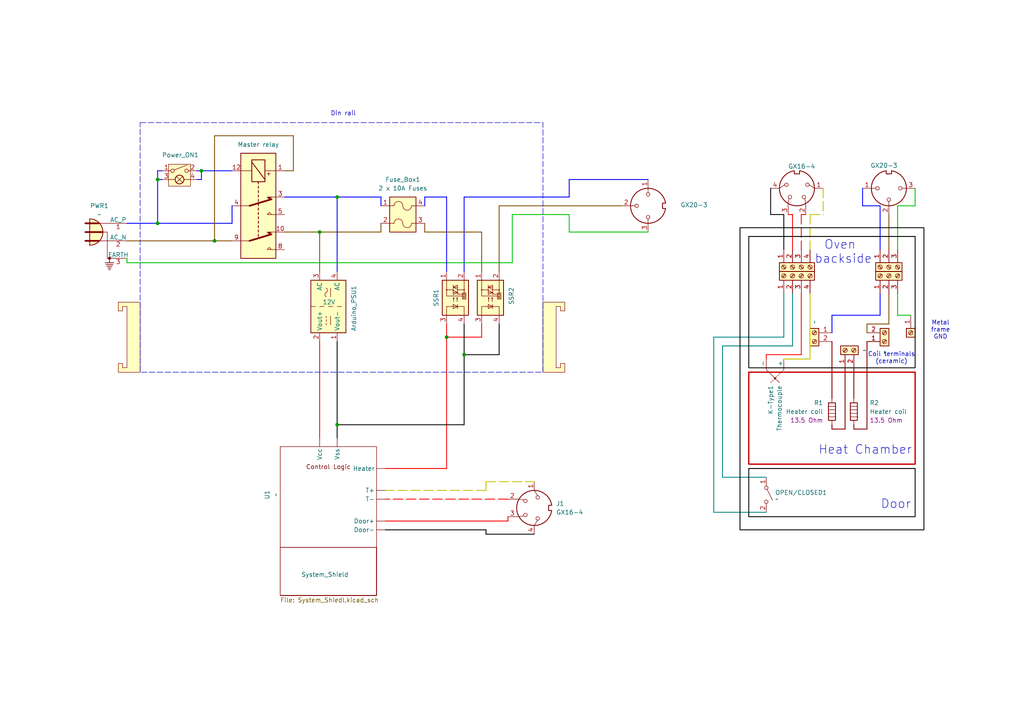
<source format=kicad_sch>
(kicad_sch
	(version 20231120)
	(generator "eeschema")
	(generator_version "8.0")
	(uuid "ab2c7eff-250b-4e79-be23-50cd0e4d8e2f")
	(paper "A4")
	(title_block
		(title "TEEKeeper - Temperature Electronic Environment Keeper")
		(date "2024-04-24")
		(company "https://github.com/Sigeardo/TEEKeeper")
	)
	(lib_symbols
		(symbol "Connector:Conn_WallPlug_Earth"
			(pin_names
				(offset 0)
			)
			(exclude_from_sim no)
			(in_bom yes)
			(on_board yes)
			(property "Reference" "P"
				(at 0 3.81 0)
				(effects
					(font
						(size 1.27 1.27)
					)
					(justify bottom)
				)
			)
			(property "Value" "Conn_WallPlug_Earth"
				(at -5.08 0 90)
				(effects
					(font
						(size 1.27 1.27)
					)
					(justify bottom)
				)
			)
			(property "Footprint" ""
				(at 10.16 0 0)
				(effects
					(font
						(size 1.27 1.27)
					)
					(hide yes)
				)
			)
			(property "Datasheet" "~"
				(at 10.16 0 0)
				(effects
					(font
						(size 1.27 1.27)
					)
					(hide yes)
				)
			)
			(property "Description" "3-pin general wall plug, with Earth wire (110VAC, 220VAC)"
				(at 0 0 0)
				(effects
					(font
						(size 1.27 1.27)
					)
					(hide yes)
				)
			)
			(property "ki_keywords" "wall plug 110VAC 220VAC"
				(at 0 0 0)
				(effects
					(font
						(size 1.27 1.27)
					)
					(hide yes)
				)
			)
			(symbol "Conn_WallPlug_Earth_0_1"
				(arc
					(start -3.175 -3.81)
					(mid 0.6184 0)
					(end -3.175 3.81)
					(stroke
						(width 0.254)
						(type default)
					)
					(fill
						(type background)
					)
				)
				(polyline
					(pts
						(xy -4.445 -2.54) (xy -0.635 -2.54)
					)
					(stroke
						(width 0.508)
						(type default)
					)
					(fill
						(type none)
					)
				)
				(polyline
					(pts
						(xy -4.445 0) (xy 0.508 0)
					)
					(stroke
						(width 0.508)
						(type default)
					)
					(fill
						(type none)
					)
				)
				(polyline
					(pts
						(xy -4.445 2.54) (xy -0.635 2.54)
					)
					(stroke
						(width 0.508)
						(type default)
					)
					(fill
						(type none)
					)
				)
				(polyline
					(pts
						(xy -3.175 -3.81) (xy -3.175 3.81)
					)
					(stroke
						(width 0.254)
						(type default)
					)
					(fill
						(type none)
					)
				)
				(polyline
					(pts
						(xy -0.635 -2.54) (xy 2.54 -2.54)
					)
					(stroke
						(width 0)
						(type default)
					)
					(fill
						(type none)
					)
				)
				(polyline
					(pts
						(xy -0.635 2.54) (xy 2.54 2.54)
					)
					(stroke
						(width 0)
						(type default)
					)
					(fill
						(type none)
					)
				)
				(polyline
					(pts
						(xy 1.524 -9.398) (xy 3.556 -9.398)
					)
					(stroke
						(width 0.2032)
						(type default)
					)
					(fill
						(type none)
					)
				)
				(polyline
					(pts
						(xy 1.778 -9.906) (xy 3.302 -9.906)
					)
					(stroke
						(width 0.2032)
						(type default)
					)
					(fill
						(type none)
					)
				)
				(polyline
					(pts
						(xy 2.032 -10.414) (xy 3.048 -10.414)
					)
					(stroke
						(width 0.2032)
						(type default)
					)
					(fill
						(type none)
					)
				)
				(polyline
					(pts
						(xy 2.286 -10.922) (xy 2.794 -10.922)
					)
					(stroke
						(width 0.2032)
						(type default)
					)
					(fill
						(type none)
					)
				)
				(polyline
					(pts
						(xy 2.54 -7.62) (xy 2.54 -8.89)
					)
					(stroke
						(width 0.2032)
						(type default)
					)
					(fill
						(type none)
					)
				)
				(polyline
					(pts
						(xy 3.81 -8.89) (xy 1.27 -8.89)
					)
					(stroke
						(width 0.2032)
						(type default)
					)
					(fill
						(type none)
					)
				)
				(polyline
					(pts
						(xy 2.54 -7.62) (xy 1.905 -7.62) (xy 1.905 0) (xy -4.445 0)
					)
					(stroke
						(width 0)
						(type default)
					)
					(fill
						(type none)
					)
				)
				(circle
					(center 2.54 -7.62)
					(radius 0.3556)
					(stroke
						(width 0)
						(type default)
					)
					(fill
						(type outline)
					)
				)
			)
			(symbol "Conn_WallPlug_Earth_1_1"
				(pin power_out line
					(at 7.62 2.54 180)
					(length 5.08)
					(name "AC_P"
						(effects
							(font
								(size 1.27 1.27)
							)
						)
					)
					(number "1"
						(effects
							(font
								(size 1.27 1.27)
							)
						)
					)
				)
				(pin power_out line
					(at 7.62 -2.54 180)
					(length 5.08)
					(name "AC_N"
						(effects
							(font
								(size 1.27 1.27)
							)
						)
					)
					(number "2"
						(effects
							(font
								(size 1.27 1.27)
							)
						)
					)
				)
				(pin passive line
					(at 7.62 -7.62 180)
					(length 5.08)
					(name "EARTH"
						(effects
							(font
								(size 1.27 1.27)
							)
						)
					)
					(number "3"
						(effects
							(font
								(size 1.27 1.27)
							)
						)
					)
				)
			)
		)
		(symbol "Connector:DIN-3"
			(pin_names
				(offset 1.016)
			)
			(exclude_from_sim no)
			(in_bom yes)
			(on_board yes)
			(property "Reference" "J"
				(at 3.302 6.35 0)
				(effects
					(font
						(size 1.27 1.27)
					)
				)
			)
			(property "Value" "DIN-3"
				(at 0 -6.35 0)
				(effects
					(font
						(size 1.27 1.27)
					)
				)
			)
			(property "Footprint" ""
				(at 0 0 0)
				(effects
					(font
						(size 1.27 1.27)
					)
					(hide yes)
				)
			)
			(property "Datasheet" "http://www.mouser.com/ds/2/18/40_c091_abd_e-75918.pdf"
				(at 0 0 0)
				(effects
					(font
						(size 1.27 1.27)
					)
					(hide yes)
				)
			)
			(property "Description" "3-pin DIN connector"
				(at 0 0 0)
				(effects
					(font
						(size 1.27 1.27)
					)
					(hide yes)
				)
			)
			(property "ki_keywords" "circular DIN connector"
				(at 0 0 0)
				(effects
					(font
						(size 1.27 1.27)
					)
					(hide yes)
				)
			)
			(property "ki_fp_filters" "DIN*"
				(at 0 0 0)
				(effects
					(font
						(size 1.27 1.27)
					)
					(hide yes)
				)
			)
			(symbol "DIN-3_0_1"
				(arc
					(start -5.08 0)
					(mid -3.8609 -3.3364)
					(end -0.762 -5.08)
					(stroke
						(width 0.254)
						(type default)
					)
					(fill
						(type none)
					)
				)
				(circle
					(center -3.302 0)
					(radius 0.508)
					(stroke
						(width 0)
						(type default)
					)
					(fill
						(type none)
					)
				)
				(polyline
					(pts
						(xy -3.81 0) (xy -5.08 0)
					)
					(stroke
						(width 0)
						(type default)
					)
					(fill
						(type none)
					)
				)
				(polyline
					(pts
						(xy 0 3.81) (xy 0 5.08)
					)
					(stroke
						(width 0)
						(type default)
					)
					(fill
						(type none)
					)
				)
				(polyline
					(pts
						(xy 5.08 0) (xy 3.81 0)
					)
					(stroke
						(width 0)
						(type default)
					)
					(fill
						(type none)
					)
				)
				(polyline
					(pts
						(xy -0.762 -4.953) (xy -0.762 -4.191) (xy 0.762 -4.191) (xy 0.762 -4.953)
					)
					(stroke
						(width 0.254)
						(type default)
					)
					(fill
						(type none)
					)
				)
				(circle
					(center 0 3.302)
					(radius 0.508)
					(stroke
						(width 0)
						(type default)
					)
					(fill
						(type none)
					)
				)
				(arc
					(start 0.762 -5.08)
					(mid 3.8685 -3.343)
					(end 5.08 0)
					(stroke
						(width 0.254)
						(type default)
					)
					(fill
						(type none)
					)
				)
				(circle
					(center 3.302 0)
					(radius 0.508)
					(stroke
						(width 0)
						(type default)
					)
					(fill
						(type none)
					)
				)
				(arc
					(start 5.08 0)
					(mid 0 5.0579)
					(end -5.08 0)
					(stroke
						(width 0.254)
						(type default)
					)
					(fill
						(type none)
					)
				)
			)
			(symbol "DIN-3_1_1"
				(pin passive line
					(at -7.62 0 0)
					(length 2.54)
					(name "~"
						(effects
							(font
								(size 1.27 1.27)
							)
						)
					)
					(number "1"
						(effects
							(font
								(size 1.27 1.27)
							)
						)
					)
				)
				(pin passive line
					(at 0 7.62 270)
					(length 2.54)
					(name "~"
						(effects
							(font
								(size 1.27 1.27)
							)
						)
					)
					(number "2"
						(effects
							(font
								(size 1.27 1.27)
							)
						)
					)
				)
				(pin passive line
					(at 7.62 0 180)
					(length 2.54)
					(name "~"
						(effects
							(font
								(size 1.27 1.27)
							)
						)
					)
					(number "3"
						(effects
							(font
								(size 1.27 1.27)
							)
						)
					)
				)
			)
		)
		(symbol "Connector:DIN-4"
			(pin_names
				(offset 1.016)
			)
			(exclude_from_sim no)
			(in_bom yes)
			(on_board yes)
			(property "Reference" "J"
				(at 5.334 5.08 0)
				(effects
					(font
						(size 1.27 1.27)
					)
				)
			)
			(property "Value" "DIN-4"
				(at 0 -6.35 0)
				(effects
					(font
						(size 1.27 1.27)
					)
				)
			)
			(property "Footprint" ""
				(at 0 0 0)
				(effects
					(font
						(size 1.27 1.27)
					)
					(hide yes)
				)
			)
			(property "Datasheet" "http://www.mouser.com/ds/2/18/40_c091_abd_e-75918.pdf"
				(at 0 0 0)
				(effects
					(font
						(size 1.27 1.27)
					)
					(hide yes)
				)
			)
			(property "Description" "4-pin DIN connector"
				(at 0 0 0)
				(effects
					(font
						(size 1.27 1.27)
					)
					(hide yes)
				)
			)
			(property "ki_keywords" "circular DIN connector"
				(at 0 0 0)
				(effects
					(font
						(size 1.27 1.27)
					)
					(hide yes)
				)
			)
			(property "ki_fp_filters" "DIN*"
				(at 0 0 0)
				(effects
					(font
						(size 1.27 1.27)
					)
					(hide yes)
				)
			)
			(symbol "DIN-4_0_1"
				(arc
					(start -5.08 0)
					(mid -3.8609 -3.3364)
					(end -0.762 -5.08)
					(stroke
						(width 0.254)
						(type default)
					)
					(fill
						(type none)
					)
				)
				(circle
					(center -3.048 -1.016)
					(radius 0.508)
					(stroke
						(width 0)
						(type default)
					)
					(fill
						(type none)
					)
				)
				(circle
					(center -2.032 2.54)
					(radius 0.508)
					(stroke
						(width 0)
						(type default)
					)
					(fill
						(type none)
					)
				)
				(polyline
					(pts
						(xy -3.556 -1.016) (xy -5.08 0)
					)
					(stroke
						(width 0)
						(type default)
					)
					(fill
						(type none)
					)
				)
				(polyline
					(pts
						(xy 5.08 0) (xy 3.556 -1.016)
					)
					(stroke
						(width 0)
						(type default)
					)
					(fill
						(type none)
					)
				)
				(polyline
					(pts
						(xy -2.54 5.08) (xy -2.54 4.318) (xy -2.286 3.048)
					)
					(stroke
						(width 0)
						(type default)
					)
					(fill
						(type none)
					)
				)
				(polyline
					(pts
						(xy 2.54 5.08) (xy 2.54 4.318) (xy 2.286 3.048)
					)
					(stroke
						(width 0)
						(type default)
					)
					(fill
						(type none)
					)
				)
				(polyline
					(pts
						(xy -0.762 -4.953) (xy -0.762 -4.191) (xy 0.762 -4.191) (xy 0.762 -4.953)
					)
					(stroke
						(width 0.254)
						(type default)
					)
					(fill
						(type none)
					)
				)
				(arc
					(start 0.762 -5.08)
					(mid 3.8685 -3.343)
					(end 5.08 0)
					(stroke
						(width 0.254)
						(type default)
					)
					(fill
						(type none)
					)
				)
				(circle
					(center 2.032 2.54)
					(radius 0.508)
					(stroke
						(width 0)
						(type default)
					)
					(fill
						(type none)
					)
				)
				(circle
					(center 3.048 -1.016)
					(radius 0.508)
					(stroke
						(width 0)
						(type default)
					)
					(fill
						(type none)
					)
				)
				(arc
					(start 5.08 0)
					(mid 0 5.0579)
					(end -5.08 0)
					(stroke
						(width 0.254)
						(type default)
					)
					(fill
						(type none)
					)
				)
			)
			(symbol "DIN-4_1_1"
				(pin passive line
					(at -7.62 0 0)
					(length 2.54)
					(name "~"
						(effects
							(font
								(size 1.27 1.27)
							)
						)
					)
					(number "1"
						(effects
							(font
								(size 1.27 1.27)
							)
						)
					)
				)
				(pin passive line
					(at -2.54 7.62 270)
					(length 2.54)
					(name "~"
						(effects
							(font
								(size 1.27 1.27)
							)
						)
					)
					(number "2"
						(effects
							(font
								(size 1.27 1.27)
							)
						)
					)
				)
				(pin passive line
					(at 2.54 7.62 270)
					(length 2.54)
					(name "~"
						(effects
							(font
								(size 1.27 1.27)
							)
						)
					)
					(number "3"
						(effects
							(font
								(size 1.27 1.27)
							)
						)
					)
				)
				(pin passive line
					(at 7.62 0 180)
					(length 2.54)
					(name "~"
						(effects
							(font
								(size 1.27 1.27)
							)
						)
					)
					(number "4"
						(effects
							(font
								(size 1.27 1.27)
							)
						)
					)
				)
			)
		)
		(symbol "Connector:Screw_Terminal_01x01"
			(pin_names
				(offset 1.016) hide)
			(exclude_from_sim no)
			(in_bom yes)
			(on_board yes)
			(property "Reference" "J"
				(at 0 2.54 0)
				(effects
					(font
						(size 1.27 1.27)
					)
				)
			)
			(property "Value" "Screw_Terminal_01x01"
				(at 0 -2.54 0)
				(effects
					(font
						(size 1.27 1.27)
					)
				)
			)
			(property "Footprint" ""
				(at 0 0 0)
				(effects
					(font
						(size 1.27 1.27)
					)
					(hide yes)
				)
			)
			(property "Datasheet" "~"
				(at 0 0 0)
				(effects
					(font
						(size 1.27 1.27)
					)
					(hide yes)
				)
			)
			(property "Description" "Generic screw terminal, single row, 01x01, script generated (kicad-library-utils/schlib/autogen/connector/)"
				(at 0 0 0)
				(effects
					(font
						(size 1.27 1.27)
					)
					(hide yes)
				)
			)
			(property "ki_keywords" "screw terminal"
				(at 0 0 0)
				(effects
					(font
						(size 1.27 1.27)
					)
					(hide yes)
				)
			)
			(property "ki_fp_filters" "TerminalBlock*:*"
				(at 0 0 0)
				(effects
					(font
						(size 1.27 1.27)
					)
					(hide yes)
				)
			)
			(symbol "Screw_Terminal_01x01_1_1"
				(rectangle
					(start -1.27 1.27)
					(end 1.27 -1.27)
					(stroke
						(width 0.254)
						(type default)
					)
					(fill
						(type background)
					)
				)
				(polyline
					(pts
						(xy -0.5334 0.3302) (xy 0.3302 -0.508)
					)
					(stroke
						(width 0.1524)
						(type default)
					)
					(fill
						(type none)
					)
				)
				(polyline
					(pts
						(xy -0.3556 0.508) (xy 0.508 -0.3302)
					)
					(stroke
						(width 0.1524)
						(type default)
					)
					(fill
						(type none)
					)
				)
				(circle
					(center 0 0)
					(radius 0.635)
					(stroke
						(width 0.1524)
						(type default)
					)
					(fill
						(type none)
					)
				)
				(pin passive line
					(at -5.08 0 0)
					(length 3.81)
					(name "Pin_1"
						(effects
							(font
								(size 1.27 1.27)
							)
						)
					)
					(number "1"
						(effects
							(font
								(size 1.27 1.27)
							)
						)
					)
				)
			)
		)
		(symbol "Connector:Screw_Terminal_01x02"
			(pin_names
				(offset 1.016) hide)
			(exclude_from_sim no)
			(in_bom yes)
			(on_board yes)
			(property "Reference" "J"
				(at 0 2.54 0)
				(effects
					(font
						(size 1.27 1.27)
					)
				)
			)
			(property "Value" "Screw_Terminal_01x02"
				(at 0 -5.08 0)
				(effects
					(font
						(size 1.27 1.27)
					)
				)
			)
			(property "Footprint" ""
				(at 0 0 0)
				(effects
					(font
						(size 1.27 1.27)
					)
					(hide yes)
				)
			)
			(property "Datasheet" "~"
				(at 0 0 0)
				(effects
					(font
						(size 1.27 1.27)
					)
					(hide yes)
				)
			)
			(property "Description" "Generic screw terminal, single row, 01x02, script generated (kicad-library-utils/schlib/autogen/connector/)"
				(at 0 0 0)
				(effects
					(font
						(size 1.27 1.27)
					)
					(hide yes)
				)
			)
			(property "ki_keywords" "screw terminal"
				(at 0 0 0)
				(effects
					(font
						(size 1.27 1.27)
					)
					(hide yes)
				)
			)
			(property "ki_fp_filters" "TerminalBlock*:*"
				(at 0 0 0)
				(effects
					(font
						(size 1.27 1.27)
					)
					(hide yes)
				)
			)
			(symbol "Screw_Terminal_01x02_1_1"
				(rectangle
					(start -1.27 1.27)
					(end 1.27 -3.81)
					(stroke
						(width 0.254)
						(type default)
					)
					(fill
						(type background)
					)
				)
				(circle
					(center 0 -2.54)
					(radius 0.635)
					(stroke
						(width 0.1524)
						(type default)
					)
					(fill
						(type none)
					)
				)
				(polyline
					(pts
						(xy -0.5334 -2.2098) (xy 0.3302 -3.048)
					)
					(stroke
						(width 0.1524)
						(type default)
					)
					(fill
						(type none)
					)
				)
				(polyline
					(pts
						(xy -0.5334 0.3302) (xy 0.3302 -0.508)
					)
					(stroke
						(width 0.1524)
						(type default)
					)
					(fill
						(type none)
					)
				)
				(polyline
					(pts
						(xy -0.3556 -2.032) (xy 0.508 -2.8702)
					)
					(stroke
						(width 0.1524)
						(type default)
					)
					(fill
						(type none)
					)
				)
				(polyline
					(pts
						(xy -0.3556 0.508) (xy 0.508 -0.3302)
					)
					(stroke
						(width 0.1524)
						(type default)
					)
					(fill
						(type none)
					)
				)
				(circle
					(center 0 0)
					(radius 0.635)
					(stroke
						(width 0.1524)
						(type default)
					)
					(fill
						(type none)
					)
				)
				(pin passive line
					(at -5.08 0 0)
					(length 3.81)
					(name "Pin_1"
						(effects
							(font
								(size 1.27 1.27)
							)
						)
					)
					(number "1"
						(effects
							(font
								(size 1.27 1.27)
							)
						)
					)
				)
				(pin passive line
					(at -5.08 -2.54 0)
					(length 3.81)
					(name "Pin_2"
						(effects
							(font
								(size 1.27 1.27)
							)
						)
					)
					(number "2"
						(effects
							(font
								(size 1.27 1.27)
							)
						)
					)
				)
			)
		)
		(symbol "Connector:Screw_Terminal_01x03"
			(pin_names
				(offset 1.016) hide)
			(exclude_from_sim no)
			(in_bom yes)
			(on_board yes)
			(property "Reference" "J"
				(at 0 5.08 0)
				(effects
					(font
						(size 1.27 1.27)
					)
				)
			)
			(property "Value" "Screw_Terminal_01x03"
				(at 0 -5.08 0)
				(effects
					(font
						(size 1.27 1.27)
					)
				)
			)
			(property "Footprint" ""
				(at 0 0 0)
				(effects
					(font
						(size 1.27 1.27)
					)
					(hide yes)
				)
			)
			(property "Datasheet" "~"
				(at 0 0 0)
				(effects
					(font
						(size 1.27 1.27)
					)
					(hide yes)
				)
			)
			(property "Description" "Generic screw terminal, single row, 01x03, script generated (kicad-library-utils/schlib/autogen/connector/)"
				(at 0 0 0)
				(effects
					(font
						(size 1.27 1.27)
					)
					(hide yes)
				)
			)
			(property "ki_keywords" "screw terminal"
				(at 0 0 0)
				(effects
					(font
						(size 1.27 1.27)
					)
					(hide yes)
				)
			)
			(property "ki_fp_filters" "TerminalBlock*:*"
				(at 0 0 0)
				(effects
					(font
						(size 1.27 1.27)
					)
					(hide yes)
				)
			)
			(symbol "Screw_Terminal_01x03_1_1"
				(rectangle
					(start -1.27 3.81)
					(end 1.27 -3.81)
					(stroke
						(width 0.254)
						(type default)
					)
					(fill
						(type background)
					)
				)
				(circle
					(center 0 -2.54)
					(radius 0.635)
					(stroke
						(width 0.1524)
						(type default)
					)
					(fill
						(type none)
					)
				)
				(polyline
					(pts
						(xy -0.5334 -2.2098) (xy 0.3302 -3.048)
					)
					(stroke
						(width 0.1524)
						(type default)
					)
					(fill
						(type none)
					)
				)
				(polyline
					(pts
						(xy -0.5334 0.3302) (xy 0.3302 -0.508)
					)
					(stroke
						(width 0.1524)
						(type default)
					)
					(fill
						(type none)
					)
				)
				(polyline
					(pts
						(xy -0.5334 2.8702) (xy 0.3302 2.032)
					)
					(stroke
						(width 0.1524)
						(type default)
					)
					(fill
						(type none)
					)
				)
				(polyline
					(pts
						(xy -0.3556 -2.032) (xy 0.508 -2.8702)
					)
					(stroke
						(width 0.1524)
						(type default)
					)
					(fill
						(type none)
					)
				)
				(polyline
					(pts
						(xy -0.3556 0.508) (xy 0.508 -0.3302)
					)
					(stroke
						(width 0.1524)
						(type default)
					)
					(fill
						(type none)
					)
				)
				(polyline
					(pts
						(xy -0.3556 3.048) (xy 0.508 2.2098)
					)
					(stroke
						(width 0.1524)
						(type default)
					)
					(fill
						(type none)
					)
				)
				(circle
					(center 0 0)
					(radius 0.635)
					(stroke
						(width 0.1524)
						(type default)
					)
					(fill
						(type none)
					)
				)
				(circle
					(center 0 2.54)
					(radius 0.635)
					(stroke
						(width 0.1524)
						(type default)
					)
					(fill
						(type none)
					)
				)
				(pin passive line
					(at -5.08 2.54 0)
					(length 3.81)
					(name "Pin_1"
						(effects
							(font
								(size 1.27 1.27)
							)
						)
					)
					(number "1"
						(effects
							(font
								(size 1.27 1.27)
							)
						)
					)
				)
				(pin passive line
					(at -5.08 0 0)
					(length 3.81)
					(name "Pin_2"
						(effects
							(font
								(size 1.27 1.27)
							)
						)
					)
					(number "2"
						(effects
							(font
								(size 1.27 1.27)
							)
						)
					)
				)
				(pin passive line
					(at -5.08 -2.54 0)
					(length 3.81)
					(name "Pin_3"
						(effects
							(font
								(size 1.27 1.27)
							)
						)
					)
					(number "3"
						(effects
							(font
								(size 1.27 1.27)
							)
						)
					)
				)
			)
		)
		(symbol "Connector:Screw_Terminal_01x04"
			(pin_names
				(offset 1.016) hide)
			(exclude_from_sim no)
			(in_bom yes)
			(on_board yes)
			(property "Reference" "J"
				(at 0 5.08 0)
				(effects
					(font
						(size 1.27 1.27)
					)
				)
			)
			(property "Value" "Screw_Terminal_01x04"
				(at 0 -7.62 0)
				(effects
					(font
						(size 1.27 1.27)
					)
				)
			)
			(property "Footprint" ""
				(at 0 0 0)
				(effects
					(font
						(size 1.27 1.27)
					)
					(hide yes)
				)
			)
			(property "Datasheet" "~"
				(at 0 0 0)
				(effects
					(font
						(size 1.27 1.27)
					)
					(hide yes)
				)
			)
			(property "Description" "Generic screw terminal, single row, 01x04, script generated (kicad-library-utils/schlib/autogen/connector/)"
				(at 0 0 0)
				(effects
					(font
						(size 1.27 1.27)
					)
					(hide yes)
				)
			)
			(property "ki_keywords" "screw terminal"
				(at 0 0 0)
				(effects
					(font
						(size 1.27 1.27)
					)
					(hide yes)
				)
			)
			(property "ki_fp_filters" "TerminalBlock*:*"
				(at 0 0 0)
				(effects
					(font
						(size 1.27 1.27)
					)
					(hide yes)
				)
			)
			(symbol "Screw_Terminal_01x04_1_1"
				(rectangle
					(start -1.27 3.81)
					(end 1.27 -6.35)
					(stroke
						(width 0.254)
						(type default)
					)
					(fill
						(type background)
					)
				)
				(circle
					(center 0 -5.08)
					(radius 0.635)
					(stroke
						(width 0.1524)
						(type default)
					)
					(fill
						(type none)
					)
				)
				(circle
					(center 0 -2.54)
					(radius 0.635)
					(stroke
						(width 0.1524)
						(type default)
					)
					(fill
						(type none)
					)
				)
				(polyline
					(pts
						(xy -0.5334 -4.7498) (xy 0.3302 -5.588)
					)
					(stroke
						(width 0.1524)
						(type default)
					)
					(fill
						(type none)
					)
				)
				(polyline
					(pts
						(xy -0.5334 -2.2098) (xy 0.3302 -3.048)
					)
					(stroke
						(width 0.1524)
						(type default)
					)
					(fill
						(type none)
					)
				)
				(polyline
					(pts
						(xy -0.5334 0.3302) (xy 0.3302 -0.508)
					)
					(stroke
						(width 0.1524)
						(type default)
					)
					(fill
						(type none)
					)
				)
				(polyline
					(pts
						(xy -0.5334 2.8702) (xy 0.3302 2.032)
					)
					(stroke
						(width 0.1524)
						(type default)
					)
					(fill
						(type none)
					)
				)
				(polyline
					(pts
						(xy -0.3556 -4.572) (xy 0.508 -5.4102)
					)
					(stroke
						(width 0.1524)
						(type default)
					)
					(fill
						(type none)
					)
				)
				(polyline
					(pts
						(xy -0.3556 -2.032) (xy 0.508 -2.8702)
					)
					(stroke
						(width 0.1524)
						(type default)
					)
					(fill
						(type none)
					)
				)
				(polyline
					(pts
						(xy -0.3556 0.508) (xy 0.508 -0.3302)
					)
					(stroke
						(width 0.1524)
						(type default)
					)
					(fill
						(type none)
					)
				)
				(polyline
					(pts
						(xy -0.3556 3.048) (xy 0.508 2.2098)
					)
					(stroke
						(width 0.1524)
						(type default)
					)
					(fill
						(type none)
					)
				)
				(circle
					(center 0 0)
					(radius 0.635)
					(stroke
						(width 0.1524)
						(type default)
					)
					(fill
						(type none)
					)
				)
				(circle
					(center 0 2.54)
					(radius 0.635)
					(stroke
						(width 0.1524)
						(type default)
					)
					(fill
						(type none)
					)
				)
				(pin passive line
					(at -5.08 2.54 0)
					(length 3.81)
					(name "Pin_1"
						(effects
							(font
								(size 1.27 1.27)
							)
						)
					)
					(number "1"
						(effects
							(font
								(size 1.27 1.27)
							)
						)
					)
				)
				(pin passive line
					(at -5.08 0 0)
					(length 3.81)
					(name "Pin_2"
						(effects
							(font
								(size 1.27 1.27)
							)
						)
					)
					(number "2"
						(effects
							(font
								(size 1.27 1.27)
							)
						)
					)
				)
				(pin passive line
					(at -5.08 -2.54 0)
					(length 3.81)
					(name "Pin_3"
						(effects
							(font
								(size 1.27 1.27)
							)
						)
					)
					(number "3"
						(effects
							(font
								(size 1.27 1.27)
							)
						)
					)
				)
				(pin passive line
					(at -5.08 -5.08 0)
					(length 3.81)
					(name "Pin_4"
						(effects
							(font
								(size 1.27 1.27)
							)
						)
					)
					(number "4"
						(effects
							(font
								(size 1.27 1.27)
							)
						)
					)
				)
			)
		)
		(symbol "Converter_ACDC:TMLM05105"
			(exclude_from_sim no)
			(in_bom yes)
			(on_board yes)
			(property "Reference" "PS"
				(at 0 6.35 0)
				(effects
					(font
						(size 1.27 1.27)
					)
				)
			)
			(property "Value" "TMLM05105"
				(at 0 -6.35 0)
				(effects
					(font
						(size 1.27 1.27)
					)
				)
			)
			(property "Footprint" "Converter_ACDC:Converter_ACDC_TRACO_TMLM-05_THT"
				(at 0 -8.89 0)
				(effects
					(font
						(size 1.27 1.27)
					)
					(hide yes)
				)
			)
			(property "Datasheet" "https://www.tracopower.com/products/tmlm.pdf"
				(at 0 0 0)
				(effects
					(font
						(size 1.27 1.27)
					)
					(hide yes)
				)
			)
			(property "Description" "5V 1000mA AC/DC low noise power module"
				(at 0 0 0)
				(effects
					(font
						(size 1.27 1.27)
					)
					(hide yes)
				)
			)
			(property "ki_keywords" "Traco Power 5W AC-DC module power supply"
				(at 0 0 0)
				(effects
					(font
						(size 1.27 1.27)
					)
					(hide yes)
				)
			)
			(property "ki_fp_filters" "Converter*ACDC*TRACO*TMLM*05*"
				(at 0 0 0)
				(effects
					(font
						(size 1.27 1.27)
					)
					(hide yes)
				)
			)
			(symbol "TMLM05105_0_1"
				(rectangle
					(start -7.62 5.08)
					(end 7.62 -5.08)
					(stroke
						(width 0.254)
						(type default)
					)
					(fill
						(type background)
					)
				)
				(arc
					(start -5.334 0.635)
					(mid -4.699 0.2495)
					(end -4.064 0.635)
					(stroke
						(width 0)
						(type default)
					)
					(fill
						(type none)
					)
				)
				(arc
					(start -2.794 0.635)
					(mid -3.429 1.0072)
					(end -4.064 0.635)
					(stroke
						(width 0)
						(type default)
					)
					(fill
						(type none)
					)
				)
				(polyline
					(pts
						(xy -5.334 -0.635) (xy -2.794 -0.635)
					)
					(stroke
						(width 0)
						(type default)
					)
					(fill
						(type none)
					)
				)
				(polyline
					(pts
						(xy 0 -2.54) (xy 0 -3.81)
					)
					(stroke
						(width 0)
						(type default)
					)
					(fill
						(type none)
					)
				)
				(polyline
					(pts
						(xy 0 0) (xy 0 -1.27)
					)
					(stroke
						(width 0)
						(type default)
					)
					(fill
						(type none)
					)
				)
				(polyline
					(pts
						(xy 0 2.54) (xy 0 1.27)
					)
					(stroke
						(width 0)
						(type default)
					)
					(fill
						(type none)
					)
				)
				(polyline
					(pts
						(xy 0 5.08) (xy 0 3.81)
					)
					(stroke
						(width 0)
						(type default)
					)
					(fill
						(type none)
					)
				)
				(polyline
					(pts
						(xy 2.794 -0.635) (xy 5.334 -0.635)
					)
					(stroke
						(width 0)
						(type default)
					)
					(fill
						(type none)
					)
				)
				(polyline
					(pts
						(xy 2.794 0.635) (xy 3.302 0.635)
					)
					(stroke
						(width 0)
						(type default)
					)
					(fill
						(type none)
					)
				)
				(polyline
					(pts
						(xy 3.81 0.635) (xy 4.318 0.635)
					)
					(stroke
						(width 0)
						(type default)
					)
					(fill
						(type none)
					)
				)
				(polyline
					(pts
						(xy 4.826 0.635) (xy 5.334 0.635)
					)
					(stroke
						(width 0)
						(type default)
					)
					(fill
						(type none)
					)
				)
			)
			(symbol "TMLM05105_1_1"
				(pin power_out line
					(at 10.16 -2.54 180)
					(length 2.54)
					(name "Vout-"
						(effects
							(font
								(size 1.27 1.27)
							)
						)
					)
					(number "1"
						(effects
							(font
								(size 1.27 1.27)
							)
						)
					)
				)
				(pin power_out line
					(at 10.16 2.54 180)
					(length 2.54)
					(name "Vout+"
						(effects
							(font
								(size 1.27 1.27)
							)
						)
					)
					(number "2"
						(effects
							(font
								(size 1.27 1.27)
							)
						)
					)
				)
				(pin power_in line
					(at -10.16 2.54 0)
					(length 2.54)
					(name "AC"
						(effects
							(font
								(size 1.27 1.27)
							)
						)
					)
					(number "3"
						(effects
							(font
								(size 1.27 1.27)
							)
						)
					)
				)
				(pin power_in line
					(at -10.16 -2.54 0)
					(length 2.54)
					(name "AC"
						(effects
							(font
								(size 1.27 1.27)
							)
						)
					)
					(number "4"
						(effects
							(font
								(size 1.27 1.27)
							)
						)
					)
				)
			)
		)
		(symbol "Device:Heater"
			(pin_numbers hide)
			(pin_names
				(offset 0)
			)
			(exclude_from_sim no)
			(in_bom yes)
			(on_board yes)
			(property "Reference" "R"
				(at 2.032 0 90)
				(effects
					(font
						(size 1.27 1.27)
					)
				)
			)
			(property "Value" "Heater"
				(at -2.032 0 90)
				(effects
					(font
						(size 1.27 1.27)
					)
				)
			)
			(property "Footprint" ""
				(at -1.778 0 90)
				(effects
					(font
						(size 1.27 1.27)
					)
					(hide yes)
				)
			)
			(property "Datasheet" "~"
				(at 0 0 0)
				(effects
					(font
						(size 1.27 1.27)
					)
					(hide yes)
				)
			)
			(property "Description" "Resistive heater"
				(at 0 0 0)
				(effects
					(font
						(size 1.27 1.27)
					)
					(hide yes)
				)
			)
			(property "ki_keywords" "heater R resistor"
				(at 0 0 0)
				(effects
					(font
						(size 1.27 1.27)
					)
					(hide yes)
				)
			)
			(symbol "Heater_0_1"
				(rectangle
					(start -1.016 -2.54)
					(end 1.016 2.54)
					(stroke
						(width 0.254)
						(type default)
					)
					(fill
						(type none)
					)
				)
				(polyline
					(pts
						(xy -1.016 1.524) (xy 1.016 1.524)
					)
					(stroke
						(width 0)
						(type default)
					)
					(fill
						(type none)
					)
				)
				(polyline
					(pts
						(xy 1.016 -1.524) (xy -1.016 -1.524)
					)
					(stroke
						(width 0)
						(type default)
					)
					(fill
						(type none)
					)
				)
				(polyline
					(pts
						(xy 1.016 -0.508) (xy -1.016 -0.508)
					)
					(stroke
						(width 0)
						(type default)
					)
					(fill
						(type none)
					)
				)
				(polyline
					(pts
						(xy 1.016 0.508) (xy -1.016 0.508)
					)
					(stroke
						(width 0)
						(type default)
					)
					(fill
						(type none)
					)
				)
			)
			(symbol "Heater_1_1"
				(pin passive line
					(at 0 3.81 270)
					(length 1.27)
					(name "~"
						(effects
							(font
								(size 1.27 1.27)
							)
						)
					)
					(number "1"
						(effects
							(font
								(size 1.27 1.27)
							)
						)
					)
				)
				(pin passive line
					(at 0 -3.81 90)
					(length 1.27)
					(name "~"
						(effects
							(font
								(size 1.27 1.27)
							)
						)
					)
					(number "2"
						(effects
							(font
								(size 1.27 1.27)
							)
						)
					)
				)
			)
		)
		(symbol "Device:Thermocouple"
			(pin_numbers hide)
			(pin_names
				(offset 0)
			)
			(exclude_from_sim no)
			(in_bom yes)
			(on_board yes)
			(property "Reference" "TC"
				(at -3.048 3.81 0)
				(effects
					(font
						(size 1.27 1.27)
					)
				)
			)
			(property "Value" "Thermocouple"
				(at -5.08 -4.064 0)
				(effects
					(font
						(size 1.27 1.27)
					)
					(justify left)
				)
			)
			(property "Footprint" ""
				(at -14.605 1.27 0)
				(effects
					(font
						(size 1.27 1.27)
					)
					(hide yes)
				)
			)
			(property "Datasheet" "~"
				(at -14.605 1.27 0)
				(effects
					(font
						(size 1.27 1.27)
					)
					(hide yes)
				)
			)
			(property "Description" "Thermocouple"
				(at 0 0 0)
				(effects
					(font
						(size 1.27 1.27)
					)
					(hide yes)
				)
			)
			(property "ki_keywords" "thermocouple temperature sensor cold junction"
				(at 0 0 0)
				(effects
					(font
						(size 1.27 1.27)
					)
					(hide yes)
				)
			)
			(property "ki_fp_filters" "PIN?ARRAY* bornier* *Terminal?Block* Thermo*Couple*"
				(at 0 0 0)
				(effects
					(font
						(size 1.27 1.27)
					)
					(hide yes)
				)
			)
			(symbol "Thermocouple_0_1"
				(circle
					(center -3.048 0)
					(radius 0.254)
					(stroke
						(width 0)
						(type default)
					)
					(fill
						(type outline)
					)
				)
				(polyline
					(pts
						(xy -4.064 -1.016) (xy -4.318 -1.27)
					)
					(stroke
						(width 0)
						(type default)
					)
					(fill
						(type none)
					)
				)
				(polyline
					(pts
						(xy -3.556 -0.508) (xy -3.81 -0.762)
					)
					(stroke
						(width 0)
						(type default)
					)
					(fill
						(type none)
					)
				)
				(polyline
					(pts
						(xy -3.048 0) (xy -3.302 -0.254)
					)
					(stroke
						(width 0)
						(type default)
					)
					(fill
						(type none)
					)
				)
				(polyline
					(pts
						(xy -2.54 0.508) (xy -2.794 0.254)
					)
					(stroke
						(width 0)
						(type default)
					)
					(fill
						(type none)
					)
				)
				(polyline
					(pts
						(xy -2.032 1.016) (xy -2.286 0.762)
					)
					(stroke
						(width 0)
						(type default)
					)
					(fill
						(type none)
					)
				)
				(polyline
					(pts
						(xy -1.524 1.524) (xy -1.778 1.27)
					)
					(stroke
						(width 0)
						(type default)
					)
					(fill
						(type none)
					)
				)
				(polyline
					(pts
						(xy -1.016 2.032) (xy -1.27 1.778)
					)
					(stroke
						(width 0)
						(type default)
					)
					(fill
						(type none)
					)
				)
				(polyline
					(pts
						(xy -0.508 2.54) (xy -0.762 2.286)
					)
					(stroke
						(width 0)
						(type default)
					)
					(fill
						(type none)
					)
				)
				(polyline
					(pts
						(xy 0 -2.54) (xy -0.254 -2.54)
					)
					(stroke
						(width 0)
						(type default)
					)
					(fill
						(type none)
					)
				)
				(polyline
					(pts
						(xy 0 2.54) (xy -0.508 2.54)
					)
					(stroke
						(width 0)
						(type default)
					)
					(fill
						(type none)
					)
				)
				(polyline
					(pts
						(xy 0.254 -2.54) (xy -0.508 -2.54) (xy -4.318 1.27)
					)
					(stroke
						(width 0)
						(type default)
					)
					(fill
						(type none)
					)
				)
			)
			(symbol "Thermocouple_1_1"
				(pin passive line
					(at 2.54 2.54 180)
					(length 2.54)
					(name "+"
						(effects
							(font
								(size 1.27 1.27)
							)
						)
					)
					(number "1"
						(effects
							(font
								(size 1.27 1.27)
							)
						)
					)
				)
				(pin passive line
					(at 2.54 -2.54 180)
					(length 2.54)
					(name "-"
						(effects
							(font
								(size 1.27 1.27)
							)
						)
					)
					(number "2"
						(effects
							(font
								(size 1.27 1.27)
							)
						)
					)
				)
			)
		)
		(symbol "Mechanical:DIN_Rail_Adapter"
			(pin_numbers hide)
			(pin_names hide)
			(exclude_from_sim yes)
			(in_bom yes)
			(on_board yes)
			(property "Reference" "DRA"
				(at 0 6.35 0)
				(effects
					(font
						(size 1.27 1.27)
					)
				)
			)
			(property "Value" "DIN_Rail_Adapter"
				(at 0 3.81 0)
				(effects
					(font
						(size 1.27 1.27)
					)
				)
			)
			(property "Footprint" ""
				(at 0 -5.08 0)
				(effects
					(font
						(size 1.27 1.27)
					)
					(hide yes)
				)
			)
			(property "Datasheet" "~"
				(at 0 3.81 0)
				(effects
					(font
						(size 1.27 1.27)
					)
					(hide yes)
				)
			)
			(property "Description" "DIN Rail adapter universal, mounting holes without connection"
				(at 0 0 0)
				(effects
					(font
						(size 1.27 1.27)
					)
					(hide yes)
				)
			)
			(property "ki_keywords" "Mounting holes, DIN rail adapter"
				(at 0 0 0)
				(effects
					(font
						(size 1.27 1.27)
					)
					(hide yes)
				)
			)
			(property "ki_fp_filters" "DINRailAdapter?3xM3* DINRailAdapter?2xM3*"
				(at 0 0 0)
				(effects
					(font
						(size 1.27 1.27)
					)
					(hide yes)
				)
			)
			(symbol "DIN_Rail_Adapter_0_1"
				(polyline
					(pts
						(xy 10.16 2.54) (xy -10.16 2.54) (xy -10.16 -3.81) (xy -7.62 -3.81) (xy -7.62 -2.54) (xy -8.89 -2.54)
						(xy -8.89 -1.27) (xy 8.89 -1.27) (xy 8.89 -2.54) (xy 7.62 -2.54) (xy 7.62 -3.81) (xy 10.16 -3.81)
						(xy 10.16 2.54) (xy -10.16 2.54)
					)
					(stroke
						(width 0)
						(type default)
					)
					(fill
						(type background)
					)
				)
			)
		)
		(symbol "MyLibrary:Control_Logic"
			(exclude_from_sim no)
			(in_bom yes)
			(on_board yes)
			(property "Reference" "U1"
				(at -17.78 0 90)
				(effects
					(font
						(size 1.27 1.27)
					)
				)
			)
			(property "Value" "~"
				(at -15.24 0 90)
				(effects
					(font
						(size 1.27 1.27)
					)
				)
			)
			(property "Footprint" ""
				(at 0 0 0)
				(effects
					(font
						(size 1.27 1.27)
					)
					(hide yes)
				)
			)
			(property "Datasheet" ""
				(at 0 0 0)
				(effects
					(font
						(size 1.27 1.27)
					)
					(hide yes)
				)
			)
			(property "Description" ""
				(at 0 0 0)
				(effects
					(font
						(size 1.27 1.27)
					)
					(hide yes)
				)
			)
			(symbol "Control_Logic_1_1"
				(rectangle
					(start -13.97 13.97)
					(end 13.97 -29.21)
					(stroke
						(width 0)
						(type default)
					)
					(fill
						(type none)
					)
				)
				(text "Control Logic\n"
					(at 0 8.128 0)
					(effects
						(font
							(size 1.27 1.27)
						)
					)
				)
				(pin input line
					(at 16.51 -7.62 180)
					(length 2.54)
					(name "Door+"
						(effects
							(font
								(size 1.27 1.27)
							)
						)
					)
					(number ""
						(effects
							(font
								(size 1.27 1.27)
							)
						)
					)
				)
				(pin input line
					(at 16.51 -10.16 180)
					(length 2.54)
					(name "Door-"
						(effects
							(font
								(size 1.27 1.27)
							)
						)
					)
					(number ""
						(effects
							(font
								(size 1.27 1.27)
							)
						)
					)
				)
				(pin input line
					(at 16.51 7.62 180)
					(length 2.54)
					(name "Heater"
						(effects
							(font
								(size 1.27 1.27)
							)
						)
					)
					(number ""
						(effects
							(font
								(size 1.27 1.27)
							)
						)
					)
				)
				(pin input line
					(at 16.51 1.27 180)
					(length 2.54)
					(name "T+"
						(effects
							(font
								(size 1.27 1.27)
							)
						)
					)
					(number ""
						(effects
							(font
								(size 1.27 1.27)
							)
						)
					)
				)
				(pin input line
					(at 16.51 -1.27 180)
					(length 2.54)
					(name "T-"
						(effects
							(font
								(size 1.27 1.27)
							)
						)
					)
					(number ""
						(effects
							(font
								(size 1.27 1.27)
							)
						)
					)
				)
				(pin input line
					(at -2.54 16.51 270)
					(length 2.54)
					(name "Vcc"
						(effects
							(font
								(size 1.27 1.27)
							)
						)
					)
					(number ""
						(effects
							(font
								(size 1.27 1.27)
							)
						)
					)
				)
				(pin input line
					(at 2.54 16.51 270)
					(length 2.54)
					(name "Vss"
						(effects
							(font
								(size 1.27 1.27)
							)
						)
					)
					(number ""
						(effects
							(font
								(size 1.27 1.27)
							)
						)
					)
				)
			)
		)
		(symbol "PCM_Device_AKL:Fuse_Double"
			(pin_names hide)
			(exclude_from_sim no)
			(in_bom yes)
			(on_board yes)
			(property "Reference" "F"
				(at 0 8.89 0)
				(effects
					(font
						(size 1.27 1.27)
					)
				)
			)
			(property "Value" "Fuse_Double"
				(at 0 6.35 0)
				(effects
					(font
						(size 1.27 1.27)
					)
				)
			)
			(property "Footprint" ""
				(at 0 5.08 0)
				(effects
					(font
						(size 1.27 1.27)
					)
					(hide yes)
				)
			)
			(property "Datasheet" ""
				(at 0 5.08 0)
				(effects
					(font
						(size 1.27 1.27)
					)
					(hide yes)
				)
			)
			(property "Description" "Dual fuse, Alternate KiCAD Library"
				(at 0 0 0)
				(effects
					(font
						(size 1.27 1.27)
					)
					(hide yes)
				)
			)
			(property "ki_keywords" "fuse dual"
				(at 0 0 0)
				(effects
					(font
						(size 1.27 1.27)
					)
					(hide yes)
				)
			)
			(symbol "Fuse_Double_0_1"
				(rectangle
					(start -3.81 5.08)
					(end 3.81 -5.08)
					(stroke
						(width 0.254)
						(type default)
					)
					(fill
						(type background)
					)
				)
				(arc
					(start 0 -2.54)
					(mid -1.27 -1.2755)
					(end -2.54 -2.54)
					(stroke
						(width 0)
						(type default)
					)
					(fill
						(type none)
					)
				)
				(arc
					(start 0 -2.54)
					(mid 1.27 -3.8044)
					(end 2.54 -2.54)
					(stroke
						(width 0)
						(type default)
					)
					(fill
						(type none)
					)
				)
				(polyline
					(pts
						(xy -2.54 -2.54) (xy -3.81 -2.54)
					)
					(stroke
						(width 0.1524)
						(type default)
					)
					(fill
						(type none)
					)
				)
				(polyline
					(pts
						(xy -2.54 2.54) (xy -3.81 2.54)
					)
					(stroke
						(width 0.1524)
						(type default)
					)
					(fill
						(type none)
					)
				)
				(polyline
					(pts
						(xy 3.81 -2.54) (xy 2.54 -2.54)
					)
					(stroke
						(width 0.1524)
						(type default)
					)
					(fill
						(type none)
					)
				)
				(polyline
					(pts
						(xy 3.81 2.54) (xy 2.54 2.54)
					)
					(stroke
						(width 0.1524)
						(type default)
					)
					(fill
						(type none)
					)
				)
				(arc
					(start 0 2.54)
					(mid -1.27 3.8044)
					(end -2.54 2.54)
					(stroke
						(width 0)
						(type default)
					)
					(fill
						(type none)
					)
				)
				(arc
					(start 0 2.54)
					(mid 1.27 1.2755)
					(end 2.54 2.54)
					(stroke
						(width 0)
						(type default)
					)
					(fill
						(type none)
					)
				)
			)
			(symbol "Fuse_Double_1_1"
				(pin passive line
					(at -6.35 2.54 0)
					(length 2.54)
					(name "1"
						(effects
							(font
								(size 1.27 1.27)
							)
						)
					)
					(number "1"
						(effects
							(font
								(size 1.27 1.27)
							)
						)
					)
				)
				(pin passive line
					(at -6.35 -2.54 0)
					(length 2.54)
					(name "2"
						(effects
							(font
								(size 1.27 1.27)
							)
						)
					)
					(number "2"
						(effects
							(font
								(size 1.27 1.27)
							)
						)
					)
				)
				(pin passive line
					(at 6.35 -2.54 180)
					(length 2.54)
					(name "3"
						(effects
							(font
								(size 1.27 1.27)
							)
						)
					)
					(number "3"
						(effects
							(font
								(size 1.27 1.27)
							)
						)
					)
				)
				(pin passive line
					(at 6.35 2.54 180)
					(length 2.54)
					(name "4"
						(effects
							(font
								(size 1.27 1.27)
							)
						)
					)
					(number "4"
						(effects
							(font
								(size 1.27 1.27)
							)
						)
					)
				)
			)
		)
		(symbol "Relay:G6S-2"
			(exclude_from_sim no)
			(in_bom yes)
			(on_board yes)
			(property "Reference" "K"
				(at 16.51 3.81 0)
				(effects
					(font
						(size 1.27 1.27)
					)
					(justify left)
				)
			)
			(property "Value" "G6S-2"
				(at 16.51 1.27 0)
				(effects
					(font
						(size 1.27 1.27)
					)
					(justify left)
				)
			)
			(property "Footprint" ""
				(at 0 0 0)
				(effects
					(font
						(size 1.27 1.27)
					)
					(justify left)
					(hide yes)
				)
			)
			(property "Datasheet" "http://omronfs.omron.com/en_US/ecb/products/pdf/en-g6s.pdf"
				(at 0 0 0)
				(effects
					(font
						(size 1.27 1.27)
					)
					(hide yes)
				)
			)
			(property "Description" "Compact, Industry-Standard 2-pole relay, designed to switch 2A Signal Loads, Single-side Stable"
				(at 0 0 0)
				(effects
					(font
						(size 1.27 1.27)
					)
					(hide yes)
				)
			)
			(property "ki_keywords" "Miniature Relay Dual Pole DPDT Omron"
				(at 0 0 0)
				(effects
					(font
						(size 1.27 1.27)
					)
					(hide yes)
				)
			)
			(property "ki_fp_filters" "Relay*DPDT*Omron*G6S?2*"
				(at 0 0 0)
				(effects
					(font
						(size 1.27 1.27)
					)
					(hide yes)
				)
			)
			(symbol "G6S-2_0_0"
				(text "+"
					(at -9.271 2.921 0)
					(effects
						(font
							(size 1.27 1.27)
						)
					)
				)
			)
			(symbol "G6S-2_0_1"
				(rectangle
					(start -15.24 5.08)
					(end 15.24 -5.08)
					(stroke
						(width 0.254)
						(type default)
					)
					(fill
						(type background)
					)
				)
				(rectangle
					(start -13.335 1.905)
					(end -6.985 -1.905)
					(stroke
						(width 0.254)
						(type default)
					)
					(fill
						(type none)
					)
				)
				(polyline
					(pts
						(xy -12.7 -1.905) (xy -7.62 1.905)
					)
					(stroke
						(width 0.254)
						(type default)
					)
					(fill
						(type none)
					)
				)
				(polyline
					(pts
						(xy -10.16 -5.08) (xy -10.16 -1.905)
					)
					(stroke
						(width 0)
						(type default)
					)
					(fill
						(type none)
					)
				)
				(polyline
					(pts
						(xy -10.16 5.08) (xy -10.16 1.905)
					)
					(stroke
						(width 0)
						(type default)
					)
					(fill
						(type none)
					)
				)
				(polyline
					(pts
						(xy -6.985 0) (xy -6.35 0)
					)
					(stroke
						(width 0.254)
						(type default)
					)
					(fill
						(type none)
					)
				)
				(polyline
					(pts
						(xy -5.715 0) (xy -5.08 0)
					)
					(stroke
						(width 0.254)
						(type default)
					)
					(fill
						(type none)
					)
				)
				(polyline
					(pts
						(xy -4.445 0) (xy -3.81 0)
					)
					(stroke
						(width 0.254)
						(type default)
					)
					(fill
						(type none)
					)
				)
				(polyline
					(pts
						(xy -3.175 0) (xy -2.54 0)
					)
					(stroke
						(width 0.254)
						(type default)
					)
					(fill
						(type none)
					)
				)
				(polyline
					(pts
						(xy -1.905 0) (xy -1.27 0)
					)
					(stroke
						(width 0.254)
						(type default)
					)
					(fill
						(type none)
					)
				)
				(polyline
					(pts
						(xy -0.635 0) (xy 0 0)
					)
					(stroke
						(width 0.254)
						(type default)
					)
					(fill
						(type none)
					)
				)
				(polyline
					(pts
						(xy 0 -2.54) (xy -1.905 3.81)
					)
					(stroke
						(width 0.508)
						(type default)
					)
					(fill
						(type none)
					)
				)
				(polyline
					(pts
						(xy 0 -2.54) (xy 0 -5.08)
					)
					(stroke
						(width 0)
						(type default)
					)
					(fill
						(type none)
					)
				)
				(polyline
					(pts
						(xy 0.635 0) (xy 1.27 0)
					)
					(stroke
						(width 0.254)
						(type default)
					)
					(fill
						(type none)
					)
				)
				(polyline
					(pts
						(xy 1.905 0) (xy 2.54 0)
					)
					(stroke
						(width 0.254)
						(type default)
					)
					(fill
						(type none)
					)
				)
				(polyline
					(pts
						(xy 3.175 0) (xy 3.81 0)
					)
					(stroke
						(width 0.254)
						(type default)
					)
					(fill
						(type none)
					)
				)
				(polyline
					(pts
						(xy 4.445 0) (xy 5.08 0)
					)
					(stroke
						(width 0.254)
						(type default)
					)
					(fill
						(type none)
					)
				)
				(polyline
					(pts
						(xy 5.715 0) (xy 6.35 0)
					)
					(stroke
						(width 0.254)
						(type default)
					)
					(fill
						(type none)
					)
				)
				(polyline
					(pts
						(xy 6.985 0) (xy 7.62 0)
					)
					(stroke
						(width 0.254)
						(type default)
					)
					(fill
						(type none)
					)
				)
				(polyline
					(pts
						(xy 8.255 0) (xy 8.89 0)
					)
					(stroke
						(width 0.254)
						(type default)
					)
					(fill
						(type none)
					)
				)
				(polyline
					(pts
						(xy 10.16 -2.54) (xy 8.255 3.81)
					)
					(stroke
						(width 0.508)
						(type default)
					)
					(fill
						(type none)
					)
				)
				(polyline
					(pts
						(xy 10.16 -2.54) (xy 10.16 -5.08)
					)
					(stroke
						(width 0)
						(type default)
					)
					(fill
						(type none)
					)
				)
				(polyline
					(pts
						(xy -2.54 5.08) (xy -2.54 2.54) (xy -1.905 3.175) (xy -2.54 3.81)
					)
					(stroke
						(width 0)
						(type default)
					)
					(fill
						(type outline)
					)
				)
				(polyline
					(pts
						(xy 2.54 5.08) (xy 2.54 2.54) (xy 1.905 3.175) (xy 2.54 3.81)
					)
					(stroke
						(width 0)
						(type default)
					)
					(fill
						(type none)
					)
				)
				(polyline
					(pts
						(xy 7.62 5.08) (xy 7.62 2.54) (xy 8.255 3.175) (xy 7.62 3.81)
					)
					(stroke
						(width 0)
						(type default)
					)
					(fill
						(type outline)
					)
				)
				(polyline
					(pts
						(xy 12.7 5.08) (xy 12.7 2.54) (xy 12.065 3.175) (xy 12.7 3.81)
					)
					(stroke
						(width 0)
						(type default)
					)
					(fill
						(type none)
					)
				)
			)
			(symbol "G6S-2_1_1"
				(pin passive line
					(at -10.16 7.62 270)
					(length 2.54)
					(name "~"
						(effects
							(font
								(size 1.27 1.27)
							)
						)
					)
					(number "1"
						(effects
							(font
								(size 1.27 1.27)
							)
						)
					)
				)
				(pin passive line
					(at 7.62 7.62 270)
					(length 2.54)
					(name "~"
						(effects
							(font
								(size 1.27 1.27)
							)
						)
					)
					(number "10"
						(effects
							(font
								(size 1.27 1.27)
							)
						)
					)
				)
				(pin passive line
					(at -10.16 -7.62 90)
					(length 2.54)
					(name "~"
						(effects
							(font
								(size 1.27 1.27)
							)
						)
					)
					(number "12"
						(effects
							(font
								(size 1.27 1.27)
							)
						)
					)
				)
				(pin passive line
					(at -2.54 7.62 270)
					(length 2.54)
					(name "~"
						(effects
							(font
								(size 1.27 1.27)
							)
						)
					)
					(number "3"
						(effects
							(font
								(size 1.27 1.27)
							)
						)
					)
				)
				(pin passive line
					(at 0 -7.62 90)
					(length 2.54)
					(name "~"
						(effects
							(font
								(size 1.27 1.27)
							)
						)
					)
					(number "4"
						(effects
							(font
								(size 1.27 1.27)
							)
						)
					)
				)
				(pin passive line
					(at 2.54 7.62 270)
					(length 2.54)
					(name "~"
						(effects
							(font
								(size 1.27 1.27)
							)
						)
					)
					(number "5"
						(effects
							(font
								(size 1.27 1.27)
							)
						)
					)
				)
				(pin passive line
					(at 12.7 7.62 270)
					(length 2.54)
					(name "~"
						(effects
							(font
								(size 1.27 1.27)
							)
						)
					)
					(number "8"
						(effects
							(font
								(size 1.27 1.27)
							)
						)
					)
				)
				(pin passive line
					(at 10.16 -7.62 90)
					(length 2.54)
					(name "~"
						(effects
							(font
								(size 1.27 1.27)
							)
						)
					)
					(number "9"
						(effects
							(font
								(size 1.27 1.27)
							)
						)
					)
				)
			)
		)
		(symbol "Relay_SolidState:S102S02"
			(exclude_from_sim no)
			(in_bom yes)
			(on_board yes)
			(property "Reference" "U"
				(at -5.08 5.08 0)
				(effects
					(font
						(size 1.27 1.27)
					)
					(justify left)
				)
			)
			(property "Value" "S102S02"
				(at 0 5.08 0)
				(effects
					(font
						(size 1.27 1.27)
					)
					(justify left)
				)
			)
			(property "Footprint" "Package_SIP:SIP4_Sharp-SSR_P7.62mm_Straight"
				(at -5.08 -5.08 0)
				(effects
					(font
						(size 1.27 1.27)
						(italic yes)
					)
					(justify left)
					(hide yes)
				)
			)
			(property "Datasheet" "http://www.sharp-world.com/products/device/lineup/data/pdf/datasheet/s102s02_e.pdf"
				(at 0 0 0)
				(effects
					(font
						(size 1.27 1.27)
					)
					(justify left)
					(hide yes)
				)
			)
			(property "Description" "Zero Cross Opto-Triac, Vdrm 400V, Ift 8mA, IT 8A"
				(at 0 0 0)
				(effects
					(font
						(size 1.27 1.27)
					)
					(hide yes)
				)
			)
			(property "ki_keywords" "Opto-Triac Opto Triac Zero Cross Solid State Relays"
				(at 0 0 0)
				(effects
					(font
						(size 1.27 1.27)
					)
					(hide yes)
				)
			)
			(property "ki_fp_filters" "SIP4*Sharp*SSR*P7.62mm*"
				(at 0 0 0)
				(effects
					(font
						(size 1.27 1.27)
					)
					(hide yes)
				)
			)
			(symbol "S102S02_0_0"
				(rectangle
					(start -0.381 -2.032)
					(end 1.397 -3.048)
					(stroke
						(width 0)
						(type default)
					)
					(fill
						(type none)
					)
				)
				(polyline
					(pts
						(xy 2.286 -2.54) (xy 1.397 -2.54)
					)
					(stroke
						(width 0)
						(type default)
					)
					(fill
						(type none)
					)
				)
				(polyline
					(pts
						(xy 1.524 -0.635) (xy 1.016 -1.016) (xy 1.016 -2.032)
					)
					(stroke
						(width 0)
						(type default)
					)
					(fill
						(type none)
					)
				)
				(text "ZCD"
					(at 0.508 -2.54 0)
					(effects
						(font
							(size 0.508 0.508)
						)
					)
				)
			)
			(symbol "S102S02_0_1"
				(rectangle
					(start -5.08 3.81)
					(end 5.08 -3.81)
					(stroke
						(width 0.254)
						(type default)
					)
					(fill
						(type background)
					)
				)
				(polyline
					(pts
						(xy -3.175 -0.635) (xy -1.905 -0.635)
					)
					(stroke
						(width 0)
						(type default)
					)
					(fill
						(type none)
					)
				)
				(polyline
					(pts
						(xy 1.524 -0.635) (xy 1.524 0.635)
					)
					(stroke
						(width 0)
						(type default)
					)
					(fill
						(type none)
					)
				)
				(polyline
					(pts
						(xy 3.048 0.635) (xy 3.048 -0.635)
					)
					(stroke
						(width 0)
						(type default)
					)
					(fill
						(type none)
					)
				)
				(polyline
					(pts
						(xy 2.286 -0.635) (xy 2.286 -2.54) (xy 5.08 -2.54)
					)
					(stroke
						(width 0)
						(type default)
					)
					(fill
						(type none)
					)
				)
				(polyline
					(pts
						(xy 2.286 0.635) (xy 2.286 2.54) (xy 5.08 2.54)
					)
					(stroke
						(width 0)
						(type default)
					)
					(fill
						(type none)
					)
				)
				(polyline
					(pts
						(xy 2.286 2.54) (xy 0.508 2.54) (xy 0.508 -2.032)
					)
					(stroke
						(width 0)
						(type default)
					)
					(fill
						(type none)
					)
				)
				(polyline
					(pts
						(xy -5.08 2.54) (xy -2.54 2.54) (xy -2.54 -2.54) (xy -5.08 -2.54)
					)
					(stroke
						(width 0)
						(type default)
					)
					(fill
						(type none)
					)
				)
				(polyline
					(pts
						(xy -2.54 -0.635) (xy -3.175 0.635) (xy -1.905 0.635) (xy -2.54 -0.635)
					)
					(stroke
						(width 0)
						(type default)
					)
					(fill
						(type none)
					)
				)
				(polyline
					(pts
						(xy 0.889 -0.635) (xy 3.683 -0.635) (xy 3.048 0.635) (xy 2.413 -0.635)
					)
					(stroke
						(width 0)
						(type default)
					)
					(fill
						(type none)
					)
				)
				(polyline
					(pts
						(xy 3.683 0.635) (xy 0.889 0.635) (xy 1.524 -0.635) (xy 2.159 0.635)
					)
					(stroke
						(width 0)
						(type default)
					)
					(fill
						(type none)
					)
				)
				(polyline
					(pts
						(xy -1.143 -0.508) (xy 0.127 -0.508) (xy -0.254 -0.635) (xy -0.254 -0.381) (xy 0.127 -0.508)
					)
					(stroke
						(width 0)
						(type default)
					)
					(fill
						(type none)
					)
				)
				(polyline
					(pts
						(xy -1.143 0.508) (xy 0.127 0.508) (xy -0.254 0.381) (xy -0.254 0.635) (xy 0.127 0.508)
					)
					(stroke
						(width 0)
						(type default)
					)
					(fill
						(type none)
					)
				)
				(circle
					(center 2.286 -2.54)
					(radius 0.127)
					(stroke
						(width 0)
						(type default)
					)
					(fill
						(type none)
					)
				)
				(circle
					(center 2.286 2.54)
					(radius 0.127)
					(stroke
						(width 0)
						(type default)
					)
					(fill
						(type none)
					)
				)
			)
			(symbol "S102S02_1_1"
				(pin passive line
					(at 7.62 2.54 180)
					(length 2.54)
					(name "~"
						(effects
							(font
								(size 1.27 1.27)
							)
						)
					)
					(number "1"
						(effects
							(font
								(size 1.27 1.27)
							)
						)
					)
				)
				(pin passive line
					(at 7.62 -2.54 180)
					(length 2.54)
					(name "~"
						(effects
							(font
								(size 1.27 1.27)
							)
						)
					)
					(number "2"
						(effects
							(font
								(size 1.27 1.27)
							)
						)
					)
				)
				(pin passive line
					(at -7.62 2.54 0)
					(length 2.54)
					(name "~"
						(effects
							(font
								(size 1.27 1.27)
							)
						)
					)
					(number "3"
						(effects
							(font
								(size 1.27 1.27)
							)
						)
					)
				)
				(pin passive line
					(at -7.62 -2.54 0)
					(length 2.54)
					(name "~"
						(effects
							(font
								(size 1.27 1.27)
							)
						)
					)
					(number "4"
						(effects
							(font
								(size 1.27 1.27)
							)
						)
					)
				)
			)
		)
		(symbol "Switch:SW_SPST"
			(pin_names
				(offset 0) hide)
			(exclude_from_sim no)
			(in_bom yes)
			(on_board yes)
			(property "Reference" "SW"
				(at 0 3.175 0)
				(effects
					(font
						(size 1.27 1.27)
					)
				)
			)
			(property "Value" "SW_SPST"
				(at 0 -2.54 0)
				(effects
					(font
						(size 1.27 1.27)
					)
				)
			)
			(property "Footprint" ""
				(at 0 0 0)
				(effects
					(font
						(size 1.27 1.27)
					)
					(hide yes)
				)
			)
			(property "Datasheet" "~"
				(at 0 0 0)
				(effects
					(font
						(size 1.27 1.27)
					)
					(hide yes)
				)
			)
			(property "Description" "Single Pole Single Throw (SPST) switch"
				(at 0 0 0)
				(effects
					(font
						(size 1.27 1.27)
					)
					(hide yes)
				)
			)
			(property "ki_keywords" "switch lever"
				(at 0 0 0)
				(effects
					(font
						(size 1.27 1.27)
					)
					(hide yes)
				)
			)
			(symbol "SW_SPST_0_0"
				(circle
					(center -2.032 0)
					(radius 0.508)
					(stroke
						(width 0)
						(type default)
					)
					(fill
						(type none)
					)
				)
				(polyline
					(pts
						(xy -1.524 0.254) (xy 1.524 1.778)
					)
					(stroke
						(width 0)
						(type default)
					)
					(fill
						(type none)
					)
				)
				(circle
					(center 2.032 0)
					(radius 0.508)
					(stroke
						(width 0)
						(type default)
					)
					(fill
						(type none)
					)
				)
			)
			(symbol "SW_SPST_1_1"
				(pin passive line
					(at -5.08 0 0)
					(length 2.54)
					(name "A"
						(effects
							(font
								(size 1.27 1.27)
							)
						)
					)
					(number "1"
						(effects
							(font
								(size 1.27 1.27)
							)
						)
					)
				)
				(pin passive line
					(at 5.08 0 180)
					(length 2.54)
					(name "B"
						(effects
							(font
								(size 1.27 1.27)
							)
						)
					)
					(number "2"
						(effects
							(font
								(size 1.27 1.27)
							)
						)
					)
				)
			)
		)
		(symbol "Switch:SW_SPST_Lamp"
			(pin_names
				(offset 1.016) hide)
			(exclude_from_sim no)
			(in_bom yes)
			(on_board yes)
			(property "Reference" "SW"
				(at 0 6.35 0)
				(effects
					(font
						(size 1.27 1.27)
					)
				)
			)
			(property "Value" "SW_SPST_Lamp"
				(at 0 -3.81 0)
				(effects
					(font
						(size 1.27 1.27)
					)
				)
			)
			(property "Footprint" ""
				(at 0 7.62 0)
				(effects
					(font
						(size 1.27 1.27)
					)
					(hide yes)
				)
			)
			(property "Datasheet" "~"
				(at 0 -6.35 0)
				(effects
					(font
						(size 1.27 1.27)
					)
					(hide yes)
				)
			)
			(property "Description" "Single Pole Single Throw (SPST) switch with signal lamp, generic"
				(at 0 0 0)
				(effects
					(font
						(size 1.27 1.27)
					)
					(hide yes)
				)
			)
			(property "ki_keywords" "switch SPST LED OFF-ON lamp"
				(at 0 0 0)
				(effects
					(font
						(size 1.27 1.27)
					)
					(hide yes)
				)
			)
			(symbol "SW_SPST_Lamp_0_1"
				(circle
					(center -2.032 2.54)
					(radius 0.508)
					(stroke
						(width 0)
						(type default)
					)
					(fill
						(type none)
					)
				)
				(polyline
					(pts
						(xy -2.54 0) (xy -1.27 0)
					)
					(stroke
						(width 0)
						(type default)
					)
					(fill
						(type none)
					)
				)
				(polyline
					(pts
						(xy -1.524 2.794) (xy 2.159 4.191)
					)
					(stroke
						(width 0)
						(type default)
					)
					(fill
						(type none)
					)
				)
				(polyline
					(pts
						(xy -0.889 -0.889) (xy 0.889 0.889)
					)
					(stroke
						(width 0)
						(type default)
					)
					(fill
						(type none)
					)
				)
				(polyline
					(pts
						(xy 0.889 -0.889) (xy -0.889 0.889)
					)
					(stroke
						(width 0)
						(type default)
					)
					(fill
						(type none)
					)
				)
				(polyline
					(pts
						(xy 2.54 0) (xy 1.27 0)
					)
					(stroke
						(width 0)
						(type default)
					)
					(fill
						(type none)
					)
				)
				(circle
					(center 0 0)
					(radius 1.27)
					(stroke
						(width 0.254)
						(type default)
					)
					(fill
						(type none)
					)
				)
				(circle
					(center 2.032 2.54)
					(radius 0.508)
					(stroke
						(width 0)
						(type default)
					)
					(fill
						(type none)
					)
				)
				(pin passive line
					(at -5.08 2.54 0)
					(length 2.54)
					(name "1"
						(effects
							(font
								(size 1.27 1.27)
							)
						)
					)
					(number "1"
						(effects
							(font
								(size 1.27 1.27)
							)
						)
					)
				)
				(pin passive line
					(at 5.08 2.54 180)
					(length 2.54)
					(name "2"
						(effects
							(font
								(size 1.27 1.27)
							)
						)
					)
					(number "2"
						(effects
							(font
								(size 1.27 1.27)
							)
						)
					)
				)
				(pin passive line
					(at -5.08 0 0)
					(length 2.54)
					(name "L"
						(effects
							(font
								(size 1.27 1.27)
							)
						)
					)
					(number "3"
						(effects
							(font
								(size 1.27 1.27)
							)
						)
					)
				)
				(pin passive line
					(at 5.08 0 180)
					(length 2.54)
					(name "L"
						(effects
							(font
								(size 1.27 1.27)
							)
						)
					)
					(number "4"
						(effects
							(font
								(size 1.27 1.27)
							)
						)
					)
				)
			)
			(symbol "SW_SPST_Lamp_1_1"
				(rectangle
					(start -3.175 4.445)
					(end 3.175 -1.905)
					(stroke
						(width 0)
						(type default)
					)
					(fill
						(type background)
					)
				)
			)
		)
	)
	(junction
		(at 134.62 102.87)
		(diameter 0)
		(color 0 0 0 0)
		(uuid "2608e958-a403-41e8-9dcc-3c621a8581b2")
	)
	(junction
		(at 97.79 57.15)
		(diameter 0)
		(color 0 0 0 0)
		(uuid "2e31c4ee-d920-431d-aad6-2a928b5d2a27")
	)
	(junction
		(at 97.79 123.19)
		(diameter 0)
		(color 0 0 0 0)
		(uuid "347619ed-942d-4cc3-8938-71108c4f39f4")
	)
	(junction
		(at 92.71 67.31)
		(diameter 0)
		(color 0 0 0 0)
		(uuid "47ddca7e-6904-4183-b908-8712ca475732")
	)
	(junction
		(at 62.23 69.85)
		(diameter 0)
		(color 0 0 0 0)
		(uuid "5a96be35-5b4d-4dc5-b85c-beae17ee0a0c")
	)
	(junction
		(at 58.42 49.53)
		(diameter 0)
		(color 0 0 0 0)
		(uuid "7e5b83a6-ab82-4932-9e6a-28ceb9a5fa36")
	)
	(junction
		(at 45.72 52.07)
		(diameter 0)
		(color 0 0 0 0)
		(uuid "ad831bf5-28d8-4ec2-9142-3bcf340e97d5")
	)
	(junction
		(at 45.72 64.77)
		(diameter 0)
		(color 0 0 0 0)
		(uuid "b1e62557-1b6e-4bc7-a1b6-98b582be0b4d")
	)
	(junction
		(at 129.54 97.79)
		(diameter 0)
		(color 0 0 0 0)
		(uuid "c42227b8-628c-4336-9385-bef6dba0002f")
	)
	(wire
		(pts
			(xy 245.11 106.68) (xy 245.11 124.46)
		)
		(stroke
			(width 0.254)
			(type default)
			(color 132 0 0 1)
		)
		(uuid "0103fc8d-245c-49c1-b5f2-b31e94399e77")
	)
	(wire
		(pts
			(xy 67.31 59.69) (xy 67.31 64.77)
		)
		(stroke
			(width 0.254)
			(type default)
			(color 0 0 255 1)
		)
		(uuid "03464664-1dc3-4d27-b0e5-f52b330b2ab0")
	)
	(wire
		(pts
			(xy 223.52 62.23) (xy 223.52 54.61)
		)
		(stroke
			(width 0.254)
			(type default)
			(color 0 0 0 1)
		)
		(uuid "03d223c1-9b23-49c5-a114-1535a1c9e460")
	)
	(wire
		(pts
			(xy 144.78 59.69) (xy 144.78 78.74)
		)
		(stroke
			(width 0.254)
			(type default)
			(color 128 77 0 1)
		)
		(uuid "0825b887-ac33-472a-a3c4-590718750e48")
	)
	(wire
		(pts
			(xy 45.72 64.77) (xy 67.31 64.77)
		)
		(stroke
			(width 0.254)
			(type default)
			(color 0 0 255 1)
		)
		(uuid "0a4cd950-2737-460c-8262-c22af8f392c3")
	)
	(wire
		(pts
			(xy 45.72 52.07) (xy 46.99 52.07)
		)
		(stroke
			(width 0.254)
			(type default)
			(color 0 0 255 1)
		)
		(uuid "0ba98b39-be47-4994-8579-d696f49f83c8")
	)
	(wire
		(pts
			(xy 147.32 151.13) (xy 147.32 149.86)
		)
		(stroke
			(width 0.254)
			(type default)
			(color 255 0 0 1)
		)
		(uuid "0c5a7c53-da33-42ce-a462-d79439cea5e6")
	)
	(wire
		(pts
			(xy 140.97 153.67) (xy 140.97 154.94)
		)
		(stroke
			(width 0.254)
			(type default)
			(color 0 0 0 1)
		)
		(uuid "125f07ca-419a-4afe-8fea-0d10291e3817")
	)
	(wire
		(pts
			(xy 255.27 85.09) (xy 255.27 91.44)
		)
		(stroke
			(width 0.254)
			(type default)
			(color 0 0 255 1)
		)
		(uuid "160ea801-f5a3-41b5-ad00-41e2a146514c")
	)
	(wire
		(pts
			(xy 265.43 59.69) (xy 265.43 54.61)
		)
		(stroke
			(width 0.254)
			(type default)
			(color 0 194 0 1)
		)
		(uuid "1b09879c-c7ea-4210-a431-ca021b4431e7")
	)
	(wire
		(pts
			(xy 144.78 59.69) (xy 180.34 59.69)
		)
		(stroke
			(width 0.254)
			(type default)
			(color 128 77 0 1)
		)
		(uuid "1b7573be-96bb-45ed-b515-7554550ecf52")
	)
	(wire
		(pts
			(xy 140.97 142.24) (xy 111.76 142.24)
		)
		(stroke
			(width 0.254)
			(type dash)
			(color 194 194 0 1)
		)
		(uuid "1b83a0cc-46e4-4b7a-86c6-732a37bf4ae0")
	)
	(wire
		(pts
			(xy 165.1 52.07) (xy 165.1 57.15)
		)
		(stroke
			(width 0.254)
			(type default)
			(color 0 0 255 1)
		)
		(uuid "1eaad0f4-0b77-4a66-b499-3e67ffd4999e")
	)
	(wire
		(pts
			(xy 260.35 91.44) (xy 264.16 91.44)
		)
		(stroke
			(width 0.254)
			(type default)
			(color 0 194 0 1)
		)
		(uuid "1f5b043d-5faa-4c00-ae61-f29f4e40e783")
	)
	(wire
		(pts
			(xy 85.09 39.37) (xy 85.09 49.53)
		)
		(stroke
			(width 0.254)
			(type default)
			(color 128 77 0 1)
		)
		(uuid "1fe12f49-d570-4929-b6f4-7ab842550a07")
	)
	(wire
		(pts
			(xy 147.32 144.78) (xy 111.76 144.78)
		)
		(stroke
			(width 0.254)
			(type dash)
			(color 255 0 0 1)
		)
		(uuid "20383ab2-85f1-4ac8-9a83-308aa7a590bc")
	)
	(wire
		(pts
			(xy 255.27 59.69) (xy 255.27 72.39)
		)
		(stroke
			(width 0.254)
			(type default)
			(color 0 0 255 1)
		)
		(uuid "28f817b6-afd9-46ca-8006-944b5a8adf66")
	)
	(wire
		(pts
			(xy 85.09 49.53) (xy 82.55 49.53)
		)
		(stroke
			(width 0.254)
			(type default)
			(color 128 77 0 1)
		)
		(uuid "2959b6d8-2ccf-414f-b49a-213df0a23c19")
	)
	(wire
		(pts
			(xy 234.95 85.09) (xy 234.95 104.14)
		)
		(stroke
			(width 0.254)
			(type default)
			(color 194 194 0 1)
		)
		(uuid "2b08e059-4a4e-47d5-9c1b-8e01e89dd29a")
	)
	(wire
		(pts
			(xy 45.72 52.07) (xy 45.72 49.53)
		)
		(stroke
			(width 0.254)
			(type default)
			(color 0 0 255 1)
		)
		(uuid "2b97af79-0285-4eb8-8ce6-636f8c73d329")
	)
	(wire
		(pts
			(xy 227.33 62.23) (xy 227.33 72.39)
		)
		(stroke
			(width 0.254)
			(type default)
			(color 0 0 0 1)
		)
		(uuid "2f224224-ac97-49c1-8024-65de896dec93")
	)
	(wire
		(pts
			(xy 255.27 91.44) (xy 241.3 91.44)
		)
		(stroke
			(width 0.254)
			(type default)
			(color 0 0 255 1)
		)
		(uuid "3346d5e7-cdf0-4f52-81f5-927cff9b04cf")
	)
	(wire
		(pts
			(xy 207.01 97.79) (xy 207.01 148.59)
		)
		(stroke
			(width 0.254)
			(type default)
			(color 0 132 132 1)
		)
		(uuid "34274932-3ceb-4f60-b2b8-746c5d600d72")
	)
	(wire
		(pts
			(xy 247.65 106.68) (xy 247.65 115.57)
		)
		(stroke
			(width 0.254)
			(type default)
			(color 132 0 0 1)
		)
		(uuid "344512be-4d61-4bf7-8b09-85d8ad132765")
	)
	(wire
		(pts
			(xy 165.1 52.07) (xy 187.96 52.07)
		)
		(stroke
			(width 0.254)
			(type default)
			(color 0 0 255 1)
		)
		(uuid "3ab21b15-5844-486e-bbbc-3b6fcbcfd2eb")
	)
	(wire
		(pts
			(xy 209.55 100.33) (xy 229.87 100.33)
		)
		(stroke
			(width 0.254)
			(type default)
			(color 0 132 132 1)
		)
		(uuid "3c52ae64-ecd0-4417-87da-6a578d39d4cb")
	)
	(wire
		(pts
			(xy 229.87 100.33) (xy 229.87 85.09)
		)
		(stroke
			(width 0.254)
			(type default)
			(color 0 132 132 1)
		)
		(uuid "4279aea2-bb6e-46ba-a651-1fc7baed30e9")
	)
	(wire
		(pts
			(xy 129.54 135.89) (xy 111.76 135.89)
		)
		(stroke
			(width 0.254)
			(type default)
			(color 255 0 0 1)
		)
		(uuid "43e2f89c-9b3b-4f43-b0b7-105bf81bb191")
	)
	(wire
		(pts
			(xy 238.76 54.61) (xy 238.76 62.23)
		)
		(stroke
			(width 0.254)
			(type dash)
			(color 194 194 0 1)
		)
		(uuid "4559c5fc-778d-4d30-9cda-dcc4f2aa3263")
	)
	(wire
		(pts
			(xy 241.3 99.06) (xy 241.3 115.57)
		)
		(stroke
			(width 0.254)
			(type default)
			(color 132 0 0 1)
		)
		(uuid "49675c83-4fc9-4003-8e19-7a7a2fab5a83")
	)
	(wire
		(pts
			(xy 36.83 76.2) (xy 148.59 76.2)
		)
		(stroke
			(width 0.254)
			(type default)
			(color 0 194 0 1)
		)
		(uuid "4cfb81ea-2570-47f3-812e-022e62b4438c")
	)
	(wire
		(pts
			(xy 123.19 57.15) (xy 123.19 59.69)
		)
		(stroke
			(width 0.254)
			(type default)
			(color 0 0 255 1)
		)
		(uuid "514fd3cb-b80f-4a21-8166-a3c079a86ad9")
	)
	(wire
		(pts
			(xy 207.01 97.79) (xy 227.33 97.79)
		)
		(stroke
			(width 0.254)
			(type default)
			(color 0 132 132 1)
		)
		(uuid "54d451eb-9df4-4de4-ac97-23ef4dca6c93")
	)
	(wire
		(pts
			(xy 232.41 62.23) (xy 232.41 72.39)
		)
		(stroke
			(width 0.254)
			(type dash)
			(color 255 0 0 1)
		)
		(uuid "5552a2d3-22d0-4c51-a74a-60181e513840")
	)
	(wire
		(pts
			(xy 129.54 97.79) (xy 139.7 97.79)
		)
		(stroke
			(width 0.254)
			(type default)
			(color 255 0 0 1)
		)
		(uuid "5931e344-c9a4-4e55-beb6-866295df4bed")
	)
	(wire
		(pts
			(xy 134.62 102.87) (xy 144.78 102.87)
		)
		(stroke
			(width 0.254)
			(type default)
			(color 0 0 0 1)
		)
		(uuid "5e68f33f-73df-48f3-ada5-4d216ff9d24c")
	)
	(wire
		(pts
			(xy 250.19 54.61) (xy 250.19 59.69)
		)
		(stroke
			(width 0.254)
			(type default)
			(color 0 0 255 1)
		)
		(uuid "5ef6c973-9cf9-49e2-b319-0ba907eb8232")
	)
	(wire
		(pts
			(xy 140.97 139.7) (xy 154.94 139.7)
		)
		(stroke
			(width 0.254)
			(type dash)
			(color 194 194 0 1)
		)
		(uuid "622f82b3-e09f-47c0-90d5-b9003f2bedaa")
	)
	(wire
		(pts
			(xy 110.49 57.15) (xy 110.49 59.69)
		)
		(stroke
			(width 0.254)
			(type default)
			(color 0 0 255 1)
		)
		(uuid "63df710b-7f0f-4a5f-8e5a-f8664a278c20")
	)
	(wire
		(pts
			(xy 227.33 62.23) (xy 223.52 62.23)
		)
		(stroke
			(width 0.254)
			(type default)
			(color 0 0 0 1)
		)
		(uuid "64181976-538d-4c0b-a352-1ccc89ea0f61")
	)
	(wire
		(pts
			(xy 232.41 102.87) (xy 232.41 85.09)
		)
		(stroke
			(width 0.254)
			(type default)
			(color 255 0 0 1)
		)
		(uuid "642208ba-3247-474c-a435-3c02b11d444e")
	)
	(wire
		(pts
			(xy 257.81 93.98) (xy 257.81 85.09)
		)
		(stroke
			(width 0.254)
			(type default)
			(color 128 77 0 1)
		)
		(uuid "65e247d0-9e42-405f-8a20-a97a6475356b")
	)
	(wire
		(pts
			(xy 134.62 57.15) (xy 134.62 78.74)
		)
		(stroke
			(width 0.254)
			(type default)
			(color 0 0 255 1)
		)
		(uuid "68c97e10-6ae1-4500-9e25-2529705805ac")
	)
	(wire
		(pts
			(xy 36.83 76.2) (xy 36.83 74.93)
		)
		(stroke
			(width 0.254)
			(type default)
			(color 0 194 0 1)
		)
		(uuid "69b12ca5-7526-44b1-a291-ea5c5367ab75")
	)
	(wire
		(pts
			(xy 97.79 57.15) (xy 82.55 57.15)
		)
		(stroke
			(width 0.254)
			(type default)
			(color 0 0 255 1)
		)
		(uuid "69b90a0d-2403-44e9-80e3-32ff99c2ba71")
	)
	(wire
		(pts
			(xy 165.1 67.31) (xy 187.96 67.31)
		)
		(stroke
			(width 0.254)
			(type default)
			(color 0 194 0 1)
		)
		(uuid "6b068254-49e4-43c4-9884-6da5e6ea8f9d")
	)
	(wire
		(pts
			(xy 111.76 151.13) (xy 147.32 151.13)
		)
		(stroke
			(width 0.254)
			(type default)
			(color 255 0 0 1)
		)
		(uuid "6b3c6438-0a6f-4635-907a-bea6571089b2")
	)
	(wire
		(pts
			(xy 234.95 62.23) (xy 234.95 72.39)
		)
		(stroke
			(width 0.254)
			(type dash)
			(color 194 194 0 1)
		)
		(uuid "724b0d6d-e802-4a7d-823c-9663f0adb41a")
	)
	(wire
		(pts
			(xy 129.54 57.15) (xy 129.54 78.74)
		)
		(stroke
			(width 0.254)
			(type default)
			(color 0 0 255 1)
		)
		(uuid "73cd66fc-f76b-49df-84ed-1bc537784905")
	)
	(wire
		(pts
			(xy 260.35 85.09) (xy 260.35 91.44)
		)
		(stroke
			(width 0.254)
			(type default)
			(color 0 194 0 1)
		)
		(uuid "7b3d583f-b29b-4655-b30f-4b23adf7844a")
	)
	(wire
		(pts
			(xy 62.23 39.37) (xy 62.23 69.85)
		)
		(stroke
			(width 0.254)
			(type default)
			(color 128 77 0 1)
		)
		(uuid "81c6c65b-e6e1-4b8d-9fc1-fa71fed4414b")
	)
	(wire
		(pts
			(xy 97.79 57.15) (xy 110.49 57.15)
		)
		(stroke
			(width 0.254)
			(type default)
			(color 0 0 255 1)
		)
		(uuid "8226eb07-f573-41b4-a377-5c52b85d57d8")
	)
	(wire
		(pts
			(xy 139.7 93.98) (xy 139.7 97.79)
		)
		(stroke
			(width 0.254)
			(type default)
			(color 255 0 0 1)
		)
		(uuid "822ea85e-956f-4697-9d2a-aaf302c7a056")
	)
	(wire
		(pts
			(xy 111.76 153.67) (xy 140.97 153.67)
		)
		(stroke
			(width 0.254)
			(type default)
			(color 0 0 0 1)
		)
		(uuid "828865e9-1f23-49b4-acf1-61fa622820b2")
	)
	(wire
		(pts
			(xy 229.87 62.23) (xy 228.6 62.23)
		)
		(stroke
			(width 0.254)
			(type default)
			(color 255 0 0 1)
		)
		(uuid "840fbbe4-383e-489f-91c4-0e22726ab147")
	)
	(wire
		(pts
			(xy 62.23 39.37) (xy 85.09 39.37)
		)
		(stroke
			(width 0.254)
			(type default)
			(color 128 77 0 1)
		)
		(uuid "854ef453-6e34-4521-8b8c-641a6b22382f")
	)
	(wire
		(pts
			(xy 82.55 67.31) (xy 92.71 67.31)
		)
		(stroke
			(width 0.254)
			(type default)
			(color 128 77 0 1)
		)
		(uuid "86e88be8-8548-4b89-98a8-4a2f180efc9b")
	)
	(wire
		(pts
			(xy 97.79 123.19) (xy 134.62 123.19)
		)
		(stroke
			(width 0.254)
			(type default)
			(color 0 0 0 1)
		)
		(uuid "8a281982-61e3-42e0-ba2f-9f0ea7e057ae")
	)
	(wire
		(pts
			(xy 92.71 99.06) (xy 92.71 127)
		)
		(stroke
			(width 0.254)
			(type default)
			(color 255 0 0 1)
		)
		(uuid "8a9eea18-5103-41f0-9fdf-e90c871f99c9")
	)
	(wire
		(pts
			(xy 123.19 67.31) (xy 123.19 64.77)
		)
		(stroke
			(width 0.254)
			(type default)
			(color 128 77 0 1)
		)
		(uuid "8c6f8ab2-c4e3-4073-b929-4458b7b49404")
	)
	(wire
		(pts
			(xy 251.46 93.98) (xy 251.46 96.52)
		)
		(stroke
			(width 0.254)
			(type default)
			(color 128 77 0 1)
		)
		(uuid "90117c4c-806c-46df-b6b4-f010f1fb0f54")
	)
	(wire
		(pts
			(xy 123.19 57.15) (xy 129.54 57.15)
		)
		(stroke
			(width 0.254)
			(type default)
			(color 0 0 255 1)
		)
		(uuid "9263c67a-9e4f-4065-b8bb-20175a756bc2")
	)
	(wire
		(pts
			(xy 222.25 102.87) (xy 222.25 104.14)
		)
		(stroke
			(width 0.254)
			(type default)
			(color 255 0 0 1)
		)
		(uuid "94964965-30d6-402e-85b3-eea0543650e1")
	)
	(wire
		(pts
			(xy 62.23 69.85) (xy 67.31 69.85)
		)
		(stroke
			(width 0.254)
			(type default)
			(color 128 77 0 1)
		)
		(uuid "951acfd1-9cd4-4547-8871-fe117baa075c")
	)
	(wire
		(pts
			(xy 45.72 49.53) (xy 46.99 49.53)
		)
		(stroke
			(width 0.254)
			(type default)
			(color 0 0 255 1)
		)
		(uuid "958ab61b-b137-497b-a052-9a49df83599a")
	)
	(wire
		(pts
			(xy 134.62 57.15) (xy 165.1 57.15)
		)
		(stroke
			(width 0.254)
			(type default)
			(color 0 0 255 1)
		)
		(uuid "9e191c16-daa2-4693-a8da-963ace04c93a")
	)
	(wire
		(pts
			(xy 129.54 93.98) (xy 129.54 97.79)
		)
		(stroke
			(width 0.254)
			(type default)
			(color 255 0 0 1)
		)
		(uuid "a25dc34b-e68b-4e64-ac70-9caa04c47e86")
	)
	(wire
		(pts
			(xy 140.97 154.94) (xy 154.94 154.94)
		)
		(stroke
			(width 0.254)
			(type default)
			(color 0 0 0 1)
		)
		(uuid "a6a11691-61f0-455b-8910-c12e9c2b68e0")
	)
	(wire
		(pts
			(xy 251.46 93.98) (xy 257.81 93.98)
		)
		(stroke
			(width 0.254)
			(type default)
			(color 128 77 0 1)
		)
		(uuid "a7e629cb-da97-48b7-8fa3-68d0b6b7af76")
	)
	(wire
		(pts
			(xy 58.42 52.07) (xy 57.15 52.07)
		)
		(stroke
			(width 0.254)
			(type default)
			(color 0 0 255 1)
		)
		(uuid "aa8b03d2-0dac-4529-a447-9f87d9550539")
	)
	(wire
		(pts
			(xy 209.55 100.33) (xy 209.55 138.43)
		)
		(stroke
			(width 0.254)
			(type default)
			(color 0 132 132 1)
		)
		(uuid "ae92e7fa-800b-4139-b593-c7485a4c16a4")
	)
	(wire
		(pts
			(xy 134.62 102.87) (xy 134.62 123.19)
		)
		(stroke
			(width 0.254)
			(type default)
			(color 0 0 0 1)
		)
		(uuid "af5b9bff-2210-40b6-94dc-6caaa078d887")
	)
	(wire
		(pts
			(xy 234.95 104.14) (xy 227.33 104.14)
		)
		(stroke
			(width 0.254)
			(type default)
			(color 194 194 0 1)
		)
		(uuid "b2dc07d1-e754-4743-af0d-9afaaa2c3551")
	)
	(wire
		(pts
			(xy 140.97 142.24) (xy 140.97 139.7)
		)
		(stroke
			(width 0.254)
			(type dash)
			(color 194 194 0 1)
		)
		(uuid "b7a5d729-9788-4019-8122-ed031eb6ed0f")
	)
	(wire
		(pts
			(xy 209.55 138.43) (xy 222.25 138.43)
		)
		(stroke
			(width 0.254)
			(type default)
			(color 0 132 132 1)
		)
		(uuid "b861b302-c1ad-4c4b-a476-c6d02c812011")
	)
	(wire
		(pts
			(xy 110.49 67.31) (xy 110.49 64.77)
		)
		(stroke
			(width 0.254)
			(type default)
			(color 128 77 0 1)
		)
		(uuid "bdee3d30-1825-4322-867a-7833730bb31c")
	)
	(wire
		(pts
			(xy 260.35 59.69) (xy 265.43 59.69)
		)
		(stroke
			(width 0.254)
			(type default)
			(color 0 194 0 1)
		)
		(uuid "c370889f-b6c4-41bc-843f-63be6a0e5dce")
	)
	(wire
		(pts
			(xy 36.83 64.77) (xy 45.72 64.77)
		)
		(stroke
			(width 0.254)
			(type default)
			(color 0 0 255 1)
		)
		(uuid "c39fb177-fa17-497d-ad34-b80bdb04b79d")
	)
	(wire
		(pts
			(xy 232.41 62.23) (xy 233.68 62.23)
		)
		(stroke
			(width 0.254)
			(type dash)
			(color 255 0 0 1)
		)
		(uuid "c5e2a102-102f-4382-9b5f-317bf46d4a2f")
	)
	(wire
		(pts
			(xy 234.95 62.23) (xy 238.76 62.23)
		)
		(stroke
			(width 0.254)
			(type dash)
			(color 194 194 0 1)
		)
		(uuid "c790e198-59a2-48ad-a021-681b6df1c105")
	)
	(wire
		(pts
			(xy 165.1 62.23) (xy 165.1 67.31)
		)
		(stroke
			(width 0.254)
			(type default)
			(color 0 194 0 1)
		)
		(uuid "c9ded4a2-3532-4c2e-9ac7-165fdc6524fd")
	)
	(wire
		(pts
			(xy 97.79 57.15) (xy 97.79 78.74)
		)
		(stroke
			(width 0.254)
			(type default)
			(color 0 0 255 1)
		)
		(uuid "ca215bef-2a13-4a9b-b641-9683ff3ce20e")
	)
	(wire
		(pts
			(xy 123.19 67.31) (xy 139.7 67.31)
		)
		(stroke
			(width 0.254)
			(type default)
			(color 128 77 0 1)
		)
		(uuid "cf4ee985-76b6-49c3-9c2c-74fd3c65f8e2")
	)
	(wire
		(pts
			(xy 92.71 67.31) (xy 110.49 67.31)
		)
		(stroke
			(width 0.254)
			(type default)
			(color 128 77 0 1)
		)
		(uuid "d4a1ea3c-c89a-4a45-925e-bff4f8044d9b")
	)
	(wire
		(pts
			(xy 58.42 49.53) (xy 57.15 49.53)
		)
		(stroke
			(width 0.254)
			(type default)
			(color 0 0 255 1)
		)
		(uuid "d6546943-0894-41a4-bb5d-e8d7e6a074a5")
	)
	(wire
		(pts
			(xy 241.3 91.44) (xy 241.3 96.52)
		)
		(stroke
			(width 0.254)
			(type default)
			(color 0 0 255 1)
		)
		(uuid "d754f167-fe48-4314-beea-e9bc4a7fff25")
	)
	(wire
		(pts
			(xy 241.3 123.19) (xy 241.3 124.46)
		)
		(stroke
			(width 0.254)
			(type default)
			(color 132 0 0 1)
		)
		(uuid "dba65fcf-f868-4fa1-8f3c-34b44f18a3c4")
	)
	(wire
		(pts
			(xy 58.42 49.53) (xy 58.42 52.07)
		)
		(stroke
			(width 0.254)
			(type default)
			(color 0 0 255 1)
		)
		(uuid "dc0aaf1c-ba2e-47e3-b2c5-bb7d1b27b238")
	)
	(wire
		(pts
			(xy 148.59 76.2) (xy 148.59 62.23)
		)
		(stroke
			(width 0.254)
			(type default)
			(color 0 194 0 1)
		)
		(uuid "dcd10ef2-7b90-4a5d-87b0-b900d9e13d37")
	)
	(wire
		(pts
			(xy 222.25 102.87) (xy 232.41 102.87)
		)
		(stroke
			(width 0.254)
			(type default)
			(color 255 0 0 1)
		)
		(uuid "df1c456c-21cb-4f4a-9ba1-11b52decc710")
	)
	(wire
		(pts
			(xy 129.54 97.79) (xy 129.54 135.89)
		)
		(stroke
			(width 0.254)
			(type default)
			(color 255 0 0 1)
		)
		(uuid "e12b6579-d8fd-4269-82d8-25ed6d13ee20")
	)
	(wire
		(pts
			(xy 251.46 99.06) (xy 251.46 124.46)
		)
		(stroke
			(width 0.254)
			(type default)
			(color 132 0 0 1)
		)
		(uuid "e378b11a-88ba-4357-a8c6-391dccdc4565")
	)
	(wire
		(pts
			(xy 139.7 67.31) (xy 139.7 78.74)
		)
		(stroke
			(width 0.254)
			(type default)
			(color 128 77 0 1)
		)
		(uuid "e3dbaba7-8476-4fa3-9796-cc0786685a28")
	)
	(wire
		(pts
			(xy 207.01 148.59) (xy 222.25 148.59)
		)
		(stroke
			(width 0.254)
			(type default)
			(color 0 132 132 1)
		)
		(uuid "e4285f07-1af1-4697-87ac-31923450b8e6")
	)
	(wire
		(pts
			(xy 255.27 59.69) (xy 250.19 59.69)
		)
		(stroke
			(width 0.254)
			(type default)
			(color 0 0 255 1)
		)
		(uuid "e6150d11-e492-4c38-bfee-f1f423fe717d")
	)
	(wire
		(pts
			(xy 45.72 64.77) (xy 45.72 52.07)
		)
		(stroke
			(width 0.254)
			(type default)
			(color 0 0 255 1)
		)
		(uuid "e799f70e-3815-4732-abf4-3ead02cb62af")
	)
	(wire
		(pts
			(xy 227.33 97.79) (xy 227.33 85.09)
		)
		(stroke
			(width 0.254)
			(type default)
			(color 0 132 132 1)
		)
		(uuid "e84f5146-79cb-4cea-b91c-1fd6220884b4")
	)
	(wire
		(pts
			(xy 144.78 93.98) (xy 144.78 102.87)
		)
		(stroke
			(width 0.254)
			(type default)
			(color 0 0 0 1)
		)
		(uuid "e8dcc311-b855-44d4-b863-1e1e377f2f3b")
	)
	(wire
		(pts
			(xy 97.79 99.06) (xy 97.79 123.19)
		)
		(stroke
			(width 0.254)
			(type default)
			(color 0 0 0 1)
		)
		(uuid "eb692871-f1ba-4509-ba76-61d28865dc32")
	)
	(wire
		(pts
			(xy 92.71 67.31) (xy 92.71 78.74)
		)
		(stroke
			(width 0.254)
			(type default)
			(color 128 77 0 1)
		)
		(uuid "eb7d271b-3a45-45db-a55b-3f5db8334597")
	)
	(wire
		(pts
			(xy 260.35 59.69) (xy 260.35 72.39)
		)
		(stroke
			(width 0.254)
			(type default)
			(color 0 194 0 1)
		)
		(uuid "ebd4fce4-e571-4e7c-a07c-e2c0051100b6")
	)
	(wire
		(pts
			(xy 247.65 124.46) (xy 251.46 124.46)
		)
		(stroke
			(width 0.254)
			(type default)
			(color 132 0 0 1)
		)
		(uuid "eec26849-e586-405a-9f06-56fda205612c")
	)
	(wire
		(pts
			(xy 36.83 69.85) (xy 62.23 69.85)
		)
		(stroke
			(width 0.254)
			(type default)
			(color 128 77 0 1)
		)
		(uuid "ef8a9c7a-073a-4d51-82b0-7fae59d3e445")
	)
	(wire
		(pts
			(xy 148.59 62.23) (xy 165.1 62.23)
		)
		(stroke
			(width 0.254)
			(type default)
			(color 0 194 0 1)
		)
		(uuid "f0195eb6-c038-4fc1-adfc-5465574cd22b")
	)
	(wire
		(pts
			(xy 97.79 123.19) (xy 97.79 127)
		)
		(stroke
			(width 0.254)
			(type default)
			(color 0 0 0 1)
		)
		(uuid "f0950ab0-a129-475a-b830-46bcd13910ca")
	)
	(wire
		(pts
			(xy 229.87 62.23) (xy 229.87 72.39)
		)
		(stroke
			(width 0.254)
			(type default)
			(color 255 0 0 1)
		)
		(uuid "f1e5df5a-a875-4d64-845b-184dbe6124b0")
	)
	(wire
		(pts
			(xy 67.31 49.53) (xy 58.42 49.53)
		)
		(stroke
			(width 0.254)
			(type default)
			(color 0 0 255 1)
		)
		(uuid "f3feec38-aa77-4b3a-bd05-b7bd2e9664a9")
	)
	(wire
		(pts
			(xy 257.81 62.23) (xy 257.81 72.39)
		)
		(stroke
			(width 0.254)
			(type default)
			(color 128 77 0 1)
		)
		(uuid "f58fb0d0-89cd-43b2-8dbb-e22b79a4c65d")
	)
	(wire
		(pts
			(xy 134.62 93.98) (xy 134.62 102.87)
		)
		(stroke
			(width 0.254)
			(type default)
			(color 0 0 0 1)
		)
		(uuid "f67c4caf-2ae7-4371-8afd-7187fb338ce8")
	)
	(wire
		(pts
			(xy 241.3 124.46) (xy 245.11 124.46)
		)
		(stroke
			(width 0.254)
			(type default)
			(color 132 0 0 1)
		)
		(uuid "f862b8bf-1ed2-4516-b233-8002dd12a237")
	)
	(wire
		(pts
			(xy 247.65 123.19) (xy 247.65 124.46)
		)
		(stroke
			(width 0.254)
			(type default)
			(color 132 0 0 1)
		)
		(uuid "f9ef810f-6506-498e-a847-e309888e7ddd")
	)
	(rectangle
		(start 217.17 68.58)
		(end 265.43 106.68)
		(stroke
			(width 0.254)
			(type default)
			(color 0 0 0 1)
		)
		(fill
			(type none)
		)
		(uuid 07d0fcce-c2bb-4e10-997f-e722f03162a5)
	)
	(rectangle
		(start 217.17 135.89)
		(end 265.43 149.86)
		(stroke
			(width 0.254)
			(type default)
			(color 0 0 0 1)
		)
		(fill
			(type none)
		)
		(uuid 28d37b14-ea37-4bc7-9ce7-9828fe532d20)
	)
	(rectangle
		(start 217.17 107.95)
		(end 265.43 134.62)
		(stroke
			(width 0.381)
			(type default)
			(color 194 0 0 1)
		)
		(fill
			(type none)
		)
		(uuid 35057ac0-6e8a-40d0-8601-2dec8c453e36)
	)
	(rectangle
		(start 40.64 35.56)
		(end 157.48 107.95)
		(stroke
			(width 0)
			(type dash)
		)
		(fill
			(type none)
		)
		(uuid 40f5293e-a58a-4a56-8cca-fff6aa79f2c2)
	)
	(rectangle
		(start 214.63 66.04)
		(end 267.97 153.67)
		(stroke
			(width 0.254)
			(type default)
			(color 0 0 0 1)
		)
		(fill
			(type none)
		)
		(uuid fd1fd7a8-876e-4b6f-b643-acf174a96190)
	)
	(text "Heat Chamber\n"
		(exclude_from_sim no)
		(at 250.952 130.556 0)
		(effects
			(font
				(size 2.54 2.54)
			)
		)
		(uuid "48e15893-b572-4d16-ad06-0f212480f070")
	)
	(text "Oven \nbackside\n\n"
		(exclude_from_sim no)
		(at 244.602 75.184 0)
		(effects
			(font
				(size 2.54 2.54)
			)
		)
		(uuid "6e51f2db-0df4-48b9-9271-e4ed85c2bdde")
	)
	(text "Din rail\n"
		(exclude_from_sim no)
		(at 99.568 33.02 0)
		(effects
			(font
				(size 1.27 1.27)
			)
		)
		(uuid "8a82d2ce-ad41-403a-9e9d-78f2f155a142")
	)
	(text "Metal\nframe\nGND\n"
		(exclude_from_sim no)
		(at 272.796 95.758 0)
		(effects
			(font
				(size 1.27 1.27)
			)
		)
		(uuid "9875c324-e43a-4728-84da-d3b88e4c4e41")
	)
	(text "Coil terminals\n(ceramic)\n"
		(exclude_from_sim no)
		(at 258.572 103.886 0)
		(effects
			(font
				(size 1.27 1.27)
			)
		)
		(uuid "bdfaf75e-a465-44ef-9be4-107165d0014b")
	)
	(text "Door"
		(exclude_from_sim no)
		(at 259.842 146.304 0)
		(effects
			(font
				(size 2.54 2.54)
			)
		)
		(uuid "f835bb2c-4cde-447a-9785-2842602d58c5")
	)
	(symbol
		(lib_id "Relay_SolidState:S102S02")
		(at 142.24 86.36 90)
		(unit 1)
		(exclude_from_sim yes)
		(in_bom no)
		(on_board no)
		(dnp no)
		(uuid "023d5c20-3812-4fac-baca-06c3663b54d2")
		(property "Reference" "SSR2"
			(at 148.336 85.852 0)
			(effects
				(font
					(size 1.27 1.27)
				)
			)
		)
		(property "Value" "SSR25A-DA"
			(at 152.908 87.884 90)
			(effects
				(font
					(size 1.27 1.27)
				)
				(hide yes)
			)
		)
		(property "Footprint" "Package_SIP:SIP4_Sharp-SSR_P7.62mm_Straight"
			(at 147.32 91.44 0)
			(effects
				(font
					(size 1.27 1.27)
					(italic yes)
				)
				(justify left)
				(hide yes)
			)
		)
		(property "Datasheet" "http://www.sharp-world.com/products/device/lineup/data/pdf/datasheet/s102s02_e.pdf"
			(at 142.24 86.36 0)
			(effects
				(font
					(size 1.27 1.27)
				)
				(justify left)
				(hide yes)
			)
		)
		(property "Description" "Zero Cross Opto-Triac, Vdrm 400V, Ift 8mA, IT 8A"
			(at 142.24 86.36 0)
			(effects
				(font
					(size 1.27 1.27)
				)
				(hide yes)
			)
		)
		(property "Field-1" ""
			(at 142.24 86.36 0)
			(effects
				(font
					(size 1.27 1.27)
				)
				(hide yes)
			)
		)
		(property "Indicator" ""
			(at 142.24 86.36 0)
			(effects
				(font
					(size 1.27 1.27)
				)
				(hide yes)
			)
		)
		(property "Rating" ""
			(at 142.24 86.36 0)
			(effects
				(font
					(size 1.27 1.27)
				)
				(hide yes)
			)
		)
		(pin "1"
			(uuid "2b75ddbb-fc2e-4676-90d6-8a5e5abbeb40")
		)
		(pin "4"
			(uuid "8d5eb3bc-b4fd-4313-b4bc-343b52b2b029")
		)
		(pin "2"
			(uuid "629563ce-9216-4fb6-923c-a6c5d66807ca")
		)
		(pin "3"
			(uuid "d5d8d69f-7338-4ab8-b902-09eac1893b6c")
		)
		(instances
			(project "TEEKeeper_V1.0"
				(path "/ab2c7eff-250b-4e79-be23-50cd0e4d8e2f"
					(reference "SSR2")
					(unit 1)
				)
			)
		)
	)
	(symbol
		(lib_id "Connector:Screw_Terminal_01x02")
		(at 236.22 96.52 0)
		(mirror y)
		(unit 1)
		(exclude_from_sim yes)
		(in_bom no)
		(on_board no)
		(dnp no)
		(uuid "202070b6-e8ed-4115-adbd-f1d1b435b0a1")
		(property "Reference" "J6"
			(at 236.8551 93.98 90)
			(effects
				(font
					(size 1.27 1.27)
				)
				(justify left)
				(hide yes)
			)
		)
		(property "Value" "~"
			(at 236.22 93.98 90)
			(effects
				(font
					(size 1.27 1.27)
				)
				(justify left)
			)
		)
		(property "Footprint" ""
			(at 236.22 96.52 0)
			(effects
				(font
					(size 1.27 1.27)
				)
				(hide yes)
			)
		)
		(property "Datasheet" "~"
			(at 236.22 96.52 0)
			(effects
				(font
					(size 1.27 1.27)
				)
				(hide yes)
			)
		)
		(property "Description" "Generic screw terminal, single row, 01x02, script generated (kicad-library-utils/schlib/autogen/connector/)"
			(at 236.22 96.52 0)
			(effects
				(font
					(size 1.27 1.27)
				)
				(hide yes)
			)
		)
		(property "Field-1" ""
			(at 236.22 96.52 0)
			(effects
				(font
					(size 1.27 1.27)
				)
				(hide yes)
			)
		)
		(property "Indicator" ""
			(at 236.22 96.52 0)
			(effects
				(font
					(size 1.27 1.27)
				)
				(hide yes)
			)
		)
		(property "Rating" ""
			(at 236.22 96.52 0)
			(effects
				(font
					(size 1.27 1.27)
				)
				(hide yes)
			)
		)
		(pin "2"
			(uuid "079e00fa-5522-47cc-93d1-afdf95743199")
		)
		(pin "1"
			(uuid "3f381d06-4b9c-41e1-b5bf-4a23764e2fbf")
		)
		(instances
			(project "TEEKeeper_V1.0"
				(path "/ab2c7eff-250b-4e79-be23-50cd0e4d8e2f"
					(reference "J6")
					(unit 1)
				)
			)
		)
	)
	(symbol
		(lib_id "Connector:DIN-3")
		(at 257.81 54.61 0)
		(mirror x)
		(unit 1)
		(exclude_from_sim yes)
		(in_bom no)
		(on_board no)
		(dnp no)
		(uuid "23a5c29b-dd30-4d2a-9f87-1395d1c28b65")
		(property "Reference" "Power_Conn1"
			(at 259.0802 48.26 90)
			(effects
				(font
					(size 1.27 1.27)
				)
				(justify right)
				(hide yes)
			)
		)
		(property "Value" "GX20-3"
			(at 260.35 48.006 0)
			(effects
				(font
					(size 1.27 1.27)
				)
				(justify right)
			)
		)
		(property "Footprint" ""
			(at 257.81 54.61 0)
			(effects
				(font
					(size 1.27 1.27)
				)
				(hide yes)
			)
		)
		(property "Datasheet" "http://www.mouser.com/ds/2/18/40_c091_abd_e-75918.pdf"
			(at 257.81 54.61 0)
			(effects
				(font
					(size 1.27 1.27)
				)
				(hide yes)
			)
		)
		(property "Description" "3-pin DIN connector"
			(at 257.81 54.61 0)
			(effects
				(font
					(size 1.27 1.27)
				)
				(hide yes)
			)
		)
		(property "Field-1" ""
			(at 257.81 54.61 0)
			(effects
				(font
					(size 1.27 1.27)
				)
				(hide yes)
			)
		)
		(property "Indicator" ""
			(at 257.81 54.61 0)
			(effects
				(font
					(size 1.27 1.27)
				)
				(hide yes)
			)
		)
		(property "Rating" ""
			(at 257.81 54.61 0)
			(effects
				(font
					(size 1.27 1.27)
				)
				(hide yes)
			)
		)
		(pin "2"
			(uuid "b089b4e9-f7e5-426e-af09-4300c3962216")
		)
		(pin "3"
			(uuid "aac51a74-fe1b-4c92-b85b-905fee40120d")
		)
		(pin "1"
			(uuid "4c8cbb2f-55d3-46aa-8cb0-28124d15dcff")
		)
		(instances
			(project "TEEKeeper_V1.0"
				(path "/ab2c7eff-250b-4e79-be23-50cd0e4d8e2f"
					(reference "Power_Conn1")
					(unit 1)
				)
			)
		)
	)
	(symbol
		(lib_id "Converter_ACDC:TMLM05105")
		(at 95.25 88.9 90)
		(mirror x)
		(unit 1)
		(exclude_from_sim yes)
		(in_bom no)
		(on_board no)
		(dnp no)
		(uuid "285083ae-7e51-4501-8a3a-e8a24d6f7b30")
		(property "Reference" "Arduino_PSU1"
			(at 102.616 82.804 0)
			(effects
				(font
					(size 1.27 1.27)
				)
				(justify left)
			)
		)
		(property "Value" "12V"
			(at 97.282 87.63 90)
			(effects
				(font
					(size 1.27 1.27)
				)
				(justify left)
			)
		)
		(property "Footprint" "Converter_ACDC:Converter_ACDC_TRACO_TMLM-05_THT"
			(at 104.14 88.9 0)
			(effects
				(font
					(size 1.27 1.27)
				)
				(hide yes)
			)
		)
		(property "Datasheet" "https://www.tracopower.com/products/tmlm.pdf"
			(at 95.25 88.9 0)
			(effects
				(font
					(size 1.27 1.27)
				)
				(hide yes)
			)
		)
		(property "Description" "5V 1000mA AC/DC low noise power module"
			(at 95.25 88.9 0)
			(effects
				(font
					(size 1.27 1.27)
				)
				(hide yes)
			)
		)
		(property "Field-1" ""
			(at 95.25 88.9 0)
			(effects
				(font
					(size 1.27 1.27)
				)
				(hide yes)
			)
		)
		(property "Indicator" ""
			(at 95.25 88.9 0)
			(effects
				(font
					(size 1.27 1.27)
				)
				(hide yes)
			)
		)
		(property "Rating" ""
			(at 95.25 88.9 0)
			(effects
				(font
					(size 1.27 1.27)
				)
				(hide yes)
			)
		)
		(pin "3"
			(uuid "07a1e105-d274-4fbe-827d-2aada91a2c3a")
		)
		(pin "4"
			(uuid "850195c0-cf08-495e-bb7b-9b440e60a43d")
		)
		(pin "1"
			(uuid "953b3a59-c5ad-48e9-ad72-a0a6f5e6f8b8")
		)
		(pin "2"
			(uuid "10c28cfb-15ef-4f16-bf75-8e94c72b2660")
		)
		(instances
			(project "TEEKeeper_V1.0"
				(path "/ab2c7eff-250b-4e79-be23-50cd0e4d8e2f"
					(reference "Arduino_PSU1")
					(unit 1)
				)
			)
		)
	)
	(symbol
		(lib_id "Mechanical:DIN_Rail_Adapter")
		(at 38.1 97.79 270)
		(unit 1)
		(exclude_from_sim yes)
		(in_bom yes)
		(on_board no)
		(dnp no)
		(fields_autoplaced yes)
		(uuid "2fac91ae-b02f-46f6-b155-db6c991230da")
		(property "Reference" "DRA1"
			(at 41.91 96.5199 90)
			(do_not_autoplace yes)
			(effects
				(font
					(size 1.27 1.27)
				)
				(justify left)
				(hide yes)
			)
		)
		(property "Value" "DIN_Rail_Adapter"
			(at 41.91 99.0599 90)
			(do_not_autoplace yes)
			(effects
				(font
					(size 1.27 1.27)
				)
				(justify left)
				(hide yes)
			)
		)
		(property "Footprint" ""
			(at 33.02 97.79 0)
			(effects
				(font
					(size 1.27 1.27)
				)
				(hide yes)
			)
		)
		(property "Datasheet" "~"
			(at 41.91 97.79 0)
			(effects
				(font
					(size 1.27 1.27)
				)
				(hide yes)
			)
		)
		(property "Description" "DIN Rail adapter universal, mounting holes without connection"
			(at 38.1 97.79 0)
			(effects
				(font
					(size 1.27 1.27)
				)
				(hide yes)
			)
		)
		(property "Field-1" ""
			(at 38.1 97.79 0)
			(effects
				(font
					(size 1.27 1.27)
				)
				(hide yes)
			)
		)
		(property "Indicator" ""
			(at 38.1 97.79 0)
			(effects
				(font
					(size 1.27 1.27)
				)
				(hide yes)
			)
		)
		(property "Rating" ""
			(at 38.1 97.79 0)
			(effects
				(font
					(size 1.27 1.27)
				)
				(hide yes)
			)
		)
		(instances
			(project "TEEKeeper_V1.0"
				(path "/ab2c7eff-250b-4e79-be23-50cd0e4d8e2f"
					(reference "DRA1")
					(unit 1)
				)
			)
		)
	)
	(symbol
		(lib_id "Device:Heater")
		(at 241.3 119.38 0)
		(mirror y)
		(unit 1)
		(exclude_from_sim yes)
		(in_bom no)
		(on_board no)
		(dnp no)
		(uuid "358f0877-c22e-451b-b893-333c8ebc46c9")
		(property "Reference" "R1"
			(at 238.76 116.8399 0)
			(effects
				(font
					(size 1.27 1.27)
				)
				(justify left)
			)
		)
		(property "Value" "Heater coil"
			(at 238.76 119.3799 0)
			(effects
				(font
					(size 1.27 1.27)
				)
				(justify left)
			)
		)
		(property "Footprint" ""
			(at 243.078 119.38 90)
			(effects
				(font
					(size 1.27 1.27)
				)
				(hide yes)
			)
		)
		(property "Datasheet" "13.5 Ohm"
			(at 238.76 121.9199 0)
			(effects
				(font
					(size 1.27 1.27)
				)
				(justify left)
			)
		)
		(property "Description" "Resistive heater"
			(at 241.3 119.38 0)
			(effects
				(font
					(size 1.27 1.27)
				)
				(hide yes)
			)
		)
		(property "Field-1" ""
			(at 241.3 119.38 0)
			(effects
				(font
					(size 1.27 1.27)
				)
				(hide yes)
			)
		)
		(property "Indicator" ""
			(at 241.3 119.38 0)
			(effects
				(font
					(size 1.27 1.27)
				)
				(hide yes)
			)
		)
		(property "Rating" ""
			(at 241.3 119.38 0)
			(effects
				(font
					(size 1.27 1.27)
				)
				(hide yes)
			)
		)
		(pin "2"
			(uuid "7e630d22-59b9-46fb-952a-4eabaf3c217c")
		)
		(pin "1"
			(uuid "108f7358-cb3b-48cd-9d89-7ab57202089e")
		)
		(instances
			(project "TEEKeeper_V1.0"
				(path "/ab2c7eff-250b-4e79-be23-50cd0e4d8e2f"
					(reference "R1")
					(unit 1)
				)
			)
		)
	)
	(symbol
		(lib_id "Mechanical:DIN_Rail_Adapter")
		(at 160.02 97.79 90)
		(mirror x)
		(unit 1)
		(exclude_from_sim yes)
		(in_bom yes)
		(on_board no)
		(dnp no)
		(uuid "4a2d2f34-04b0-4d0f-9d51-5b5b2c52461b")
		(property "Reference" "DRA2"
			(at 156.21 96.5199 90)
			(do_not_autoplace yes)
			(effects
				(font
					(size 1.27 1.27)
				)
				(justify left)
				(hide yes)
			)
		)
		(property "Value" "DIN_Rail_Adapter"
			(at 156.21 99.0599 90)
			(do_not_autoplace yes)
			(effects
				(font
					(size 1.27 1.27)
				)
				(justify left)
				(hide yes)
			)
		)
		(property "Footprint" ""
			(at 165.1 97.79 0)
			(effects
				(font
					(size 1.27 1.27)
				)
				(hide yes)
			)
		)
		(property "Datasheet" "~"
			(at 156.21 97.79 0)
			(effects
				(font
					(size 1.27 1.27)
				)
				(hide yes)
			)
		)
		(property "Description" "DIN Rail adapter universal, mounting holes without connection"
			(at 160.02 97.79 0)
			(effects
				(font
					(size 1.27 1.27)
				)
				(hide yes)
			)
		)
		(property "Field-1" ""
			(at 160.02 97.79 0)
			(effects
				(font
					(size 1.27 1.27)
				)
				(hide yes)
			)
		)
		(property "Indicator" ""
			(at 160.02 97.79 0)
			(effects
				(font
					(size 1.27 1.27)
				)
				(hide yes)
			)
		)
		(property "Rating" ""
			(at 160.02 97.79 0)
			(effects
				(font
					(size 1.27 1.27)
				)
				(hide yes)
			)
		)
		(instances
			(project "TEEKeeper_V1.0"
				(path "/ab2c7eff-250b-4e79-be23-50cd0e4d8e2f"
					(reference "DRA2")
					(unit 1)
				)
			)
		)
	)
	(symbol
		(lib_id "Connector:DIN-4")
		(at 154.94 147.32 90)
		(mirror x)
		(unit 1)
		(exclude_from_sim yes)
		(in_bom no)
		(on_board no)
		(dnp no)
		(uuid "4da92a65-5dde-41c3-a34d-5f773cd3e746")
		(property "Reference" "J1"
			(at 161.29 146.05 90)
			(effects
				(font
					(size 1.27 1.27)
				)
				(justify right)
			)
		)
		(property "Value" "GX16-4"
			(at 161.29 148.59 90)
			(effects
				(font
					(size 1.27 1.27)
				)
				(justify right)
			)
		)
		(property "Footprint" ""
			(at 154.94 147.32 0)
			(effects
				(font
					(size 1.27 1.27)
				)
				(hide yes)
			)
		)
		(property "Datasheet" "http://www.mouser.com/ds/2/18/40_c091_abd_e-75918.pdf"
			(at 154.94 147.32 0)
			(effects
				(font
					(size 1.27 1.27)
				)
				(hide yes)
			)
		)
		(property "Description" "4-pin DIN connector"
			(at 154.94 147.32 0)
			(effects
				(font
					(size 1.27 1.27)
				)
				(hide yes)
			)
		)
		(property "Field-1" ""
			(at 154.94 147.32 0)
			(effects
				(font
					(size 1.27 1.27)
				)
				(hide yes)
			)
		)
		(property "Indicator" ""
			(at 154.94 147.32 0)
			(effects
				(font
					(size 1.27 1.27)
				)
				(hide yes)
			)
		)
		(property "Rating" ""
			(at 154.94 147.32 0)
			(effects
				(font
					(size 1.27 1.27)
				)
				(hide yes)
			)
		)
		(pin "3"
			(uuid "5976c62d-a450-4c2e-a61e-2eeab3ceaf91")
		)
		(pin "1"
			(uuid "268d8c72-4053-40d8-83ed-af23bbdce51a")
		)
		(pin "2"
			(uuid "e3099f3f-9b29-4896-a2aa-b7e41b94d6eb")
		)
		(pin "4"
			(uuid "aa743065-ef3d-4e34-b41c-5501c46c8df8")
		)
		(instances
			(project "TEEKeeper_V1.0"
				(path "/ab2c7eff-250b-4e79-be23-50cd0e4d8e2f"
					(reference "J1")
					(unit 1)
				)
			)
		)
	)
	(symbol
		(lib_id "Connector:Screw_Terminal_01x04")
		(at 229.87 77.47 90)
		(mirror x)
		(unit 1)
		(exclude_from_sim yes)
		(in_bom no)
		(on_board no)
		(dnp no)
		(uuid "5e69f9af-54c0-4bfe-9ffe-09f3a373b499")
		(property "Reference" "J3"
			(at 241.3 77.47 0)
			(effects
				(font
					(size 1.27 1.27)
				)
				(hide yes)
			)
		)
		(property "Value" "Screw_Terminal_01x04"
			(at 238.76 77.47 0)
			(effects
				(font
					(size 1.27 1.27)
				)
				(hide yes)
			)
		)
		(property "Footprint" ""
			(at 229.87 77.47 0)
			(effects
				(font
					(size 1.27 1.27)
				)
				(hide yes)
			)
		)
		(property "Datasheet" "~"
			(at 229.87 77.47 0)
			(effects
				(font
					(size 1.27 1.27)
				)
				(hide yes)
			)
		)
		(property "Description" "Generic screw terminal, single row, 01x04, script generated (kicad-library-utils/schlib/autogen/connector/)"
			(at 229.87 77.47 0)
			(effects
				(font
					(size 1.27 1.27)
				)
				(hide yes)
			)
		)
		(property "Field-1" ""
			(at 229.87 77.47 0)
			(effects
				(font
					(size 1.27 1.27)
				)
				(hide yes)
			)
		)
		(property "Indicator" ""
			(at 229.87 77.47 0)
			(effects
				(font
					(size 1.27 1.27)
				)
				(hide yes)
			)
		)
		(property "Rating" ""
			(at 229.87 77.47 0)
			(effects
				(font
					(size 1.27 1.27)
				)
				(hide yes)
			)
		)
		(pin "1"
			(uuid "44da3776-99d7-492e-b611-c4e522c1eef4")
		)
		(pin "4"
			(uuid "48475ed8-ee6f-4a0d-8f23-309ad39fa736")
		)
		(pin "2"
			(uuid "e5f7b5db-bf96-4f53-b823-8fd3d1c0ec6b")
		)
		(pin "3"
			(uuid "03df6087-8fd8-4fb4-924d-2a0235f64657")
		)
		(instances
			(project "TEEKeeper_V1.0"
				(path "/ab2c7eff-250b-4e79-be23-50cd0e4d8e2f"
					(reference "J3")
					(unit 1)
				)
			)
		)
	)
	(symbol
		(lib_id "Connector:DIN-3")
		(at 187.96 59.69 90)
		(mirror x)
		(unit 1)
		(exclude_from_sim yes)
		(in_bom no)
		(on_board no)
		(dnp no)
		(uuid "6afcfa99-8617-4be2-9195-ff5cef8bbd40")
		(property "Reference" "J2"
			(at 194.31 60.9602 90)
			(effects
				(font
					(size 1.27 1.27)
				)
				(justify right)
				(hide yes)
			)
		)
		(property "Value" "GX20-3"
			(at 197.358 59.436 90)
			(effects
				(font
					(size 1.27 1.27)
				)
				(justify right)
			)
		)
		(property "Footprint" ""
			(at 187.96 59.69 0)
			(effects
				(font
					(size 1.27 1.27)
				)
				(hide yes)
			)
		)
		(property "Datasheet" "http://www.mouser.com/ds/2/18/40_c091_abd_e-75918.pdf"
			(at 187.96 59.69 0)
			(effects
				(font
					(size 1.27 1.27)
				)
				(hide yes)
			)
		)
		(property "Description" "3-pin DIN connector"
			(at 187.96 59.69 0)
			(effects
				(font
					(size 1.27 1.27)
				)
				(hide yes)
			)
		)
		(property "Field-1" ""
			(at 187.96 59.69 0)
			(effects
				(font
					(size 1.27 1.27)
				)
				(hide yes)
			)
		)
		(property "Indicator" ""
			(at 187.96 59.69 0)
			(effects
				(font
					(size 1.27 1.27)
				)
				(hide yes)
			)
		)
		(property "Rating" ""
			(at 187.96 59.69 0)
			(effects
				(font
					(size 1.27 1.27)
				)
				(hide yes)
			)
		)
		(pin "2"
			(uuid "ac2b88ec-d211-4685-baa1-36af088d6dc8")
		)
		(pin "3"
			(uuid "e6a23c87-59ff-4b28-b930-3641d0fed70e")
		)
		(pin "1"
			(uuid "c6fca635-6d25-40f0-959e-6c731fb5665c")
		)
		(instances
			(project "TEEKeeper_V1.0"
				(path "/ab2c7eff-250b-4e79-be23-50cd0e4d8e2f"
					(reference "J2")
					(unit 1)
				)
			)
		)
	)
	(symbol
		(lib_id "Switch:SW_SPST_Lamp")
		(at 52.07 52.07 0)
		(unit 1)
		(exclude_from_sim no)
		(in_bom yes)
		(on_board no)
		(dnp no)
		(uuid "79a342ef-a212-4341-b29c-65f8fcecef8f")
		(property "Reference" "Power_ON1"
			(at 52.324 44.958 0)
			(effects
				(font
					(size 1.27 1.27)
				)
			)
		)
		(property "Value" "SW_SPST_Lamp"
			(at 52.07 45.72 0)
			(effects
				(font
					(size 1.27 1.27)
				)
				(hide yes)
			)
		)
		(property "Footprint" ""
			(at 52.07 44.45 0)
			(effects
				(font
					(size 1.27 1.27)
				)
				(hide yes)
			)
		)
		(property "Datasheet" "~"
			(at 52.07 58.42 0)
			(effects
				(font
					(size 1.27 1.27)
				)
				(hide yes)
			)
		)
		(property "Description" "Single Pole Single Throw (SPST) switch with signal lamp, generic"
			(at 52.07 52.07 0)
			(effects
				(font
					(size 1.27 1.27)
				)
				(hide yes)
			)
		)
		(property "Field-1" ""
			(at 52.07 52.07 0)
			(effects
				(font
					(size 1.27 1.27)
				)
				(hide yes)
			)
		)
		(property "Indicator" ""
			(at 52.07 52.07 0)
			(effects
				(font
					(size 1.27 1.27)
				)
				(hide yes)
			)
		)
		(property "Rating" ""
			(at 52.07 52.07 0)
			(effects
				(font
					(size 1.27 1.27)
				)
				(hide yes)
			)
		)
		(pin "1"
			(uuid "ea4c1999-31f9-4e42-b5a1-b3744feaf4c8")
		)
		(pin "2"
			(uuid "866f45bf-e337-49d3-99fb-64328f35bab3")
		)
		(pin "3"
			(uuid "6c9ac9e7-64cd-4e07-b8f9-0584666cf452")
		)
		(pin "4"
			(uuid "958d81c9-9160-48de-8a9a-e4fec33b4558")
		)
		(instances
			(project "TEEKeeper_V1.0"
				(path "/ab2c7eff-250b-4e79-be23-50cd0e4d8e2f"
					(reference "Power_ON1")
					(unit 1)
				)
			)
		)
	)
	(symbol
		(lib_id "Relay:G6S-2")
		(at 74.93 59.69 270)
		(unit 1)
		(exclude_from_sim yes)
		(in_bom no)
		(on_board no)
		(dnp no)
		(fields_autoplaced yes)
		(uuid "7c706f4f-8f1d-4657-b08f-4118d4271dd6")
		(property "Reference" "K1"
			(at 74.93 39.37 90)
			(effects
				(font
					(size 1.27 1.27)
				)
				(hide yes)
			)
		)
		(property "Value" "Master relay"
			(at 74.93 41.91 90)
			(effects
				(font
					(size 1.27 1.27)
				)
			)
		)
		(property "Footprint" ""
			(at 74.93 59.69 0)
			(effects
				(font
					(size 1.27 1.27)
				)
				(justify left)
				(hide yes)
			)
		)
		(property "Datasheet" "http://omronfs.omron.com/en_US/ecb/products/pdf/en-g6s.pdf"
			(at 74.93 59.69 0)
			(effects
				(font
					(size 1.27 1.27)
				)
				(hide yes)
			)
		)
		(property "Description" "Compact, Industry-Standard 2-pole relay, designed to switch 2A Signal Loads, Single-side Stable"
			(at 74.93 59.69 0)
			(effects
				(font
					(size 1.27 1.27)
				)
				(hide yes)
			)
		)
		(property "Field-1" ""
			(at 74.93 59.69 0)
			(effects
				(font
					(size 1.27 1.27)
				)
				(hide yes)
			)
		)
		(property "Indicator" ""
			(at 74.93 59.69 0)
			(effects
				(font
					(size 1.27 1.27)
				)
				(hide yes)
			)
		)
		(property "Rating" ""
			(at 74.93 59.69 0)
			(effects
				(font
					(size 1.27 1.27)
				)
				(hide yes)
			)
		)
		(pin "4"
			(uuid "68a17503-5b23-41ac-b79d-ebedbea8778d")
		)
		(pin "9"
			(uuid "fecec971-7092-4cef-bf1e-3271fca8b722")
		)
		(pin "12"
			(uuid "f2ff96d9-16bf-4d46-b0ec-94d4d49a6196")
		)
		(pin "8"
			(uuid "374190c5-a5c7-4e9c-bf81-cd52a57a71f5")
		)
		(pin "1"
			(uuid "9783bd8f-81be-4379-994c-fb41018013b0")
		)
		(pin "10"
			(uuid "4211af73-c68d-4a09-8204-b0feb31b9261")
		)
		(pin "3"
			(uuid "089ef94b-0e9a-4c85-937a-96105ceaebca")
		)
		(pin "5"
			(uuid "3baafaed-5b65-4451-af44-666ea74c0449")
		)
		(instances
			(project "TEEKeeper_V1.0"
				(path "/ab2c7eff-250b-4e79-be23-50cd0e4d8e2f"
					(reference "K1")
					(unit 1)
				)
			)
		)
	)
	(symbol
		(lib_id "Connector:Screw_Terminal_01x02")
		(at 256.54 99.06 0)
		(mirror x)
		(unit 1)
		(exclude_from_sim yes)
		(in_bom no)
		(on_board no)
		(dnp no)
		(uuid "7ccc5a74-11b8-4f72-a73e-3a869519a1e1")
		(property "Reference" "J8"
			(at 255.9049 101.6 90)
			(effects
				(font
					(size 1.27 1.27)
				)
				(justify left)
				(hide yes)
			)
		)
		(property "Value" "~"
			(at 256.54 101.6 90)
			(effects
				(font
					(size 1.27 1.27)
				)
				(justify left)
			)
		)
		(property "Footprint" ""
			(at 256.54 99.06 0)
			(effects
				(font
					(size 1.27 1.27)
				)
				(hide yes)
			)
		)
		(property "Datasheet" "~"
			(at 256.54 99.06 0)
			(effects
				(font
					(size 1.27 1.27)
				)
				(hide yes)
			)
		)
		(property "Description" "Generic screw terminal, single row, 01x02, script generated (kicad-library-utils/schlib/autogen/connector/)"
			(at 256.54 99.06 0)
			(effects
				(font
					(size 1.27 1.27)
				)
				(hide yes)
			)
		)
		(property "Field-1" ""
			(at 256.54 99.06 0)
			(effects
				(font
					(size 1.27 1.27)
				)
				(hide yes)
			)
		)
		(property "Indicator" ""
			(at 256.54 99.06 0)
			(effects
				(font
					(size 1.27 1.27)
				)
				(hide yes)
			)
		)
		(property "Rating" ""
			(at 256.54 99.06 0)
			(effects
				(font
					(size 1.27 1.27)
				)
				(hide yes)
			)
		)
		(pin "2"
			(uuid "fb2332fc-6e2a-40b7-8f73-d6c99a200dd8")
		)
		(pin "1"
			(uuid "0ba9f419-ed6b-4fc3-ba1c-4af4bfe32687")
		)
		(instances
			(project "TEEKeeper_V1.0"
				(path "/ab2c7eff-250b-4e79-be23-50cd0e4d8e2f"
					(reference "J8")
					(unit 1)
				)
			)
		)
	)
	(symbol
		(lib_id "Connector:Screw_Terminal_01x03")
		(at 257.81 77.47 90)
		(mirror x)
		(unit 1)
		(exclude_from_sim yes)
		(in_bom no)
		(on_board no)
		(dnp no)
		(uuid "817d377f-9734-4786-908d-5387e47218d5")
		(property "Reference" "J9"
			(at 256.5399 80.01 0)
			(effects
				(font
					(size 1.27 1.27)
				)
				(justify left)
				(hide yes)
			)
		)
		(property "Value" "Screw_Terminal_01x03"
			(at 259.0799 80.01 0)
			(effects
				(font
					(size 1.27 1.27)
				)
				(justify left)
				(hide yes)
			)
		)
		(property "Footprint" ""
			(at 257.81 77.47 0)
			(effects
				(font
					(size 1.27 1.27)
				)
				(hide yes)
			)
		)
		(property "Datasheet" "~"
			(at 257.81 77.47 0)
			(effects
				(font
					(size 1.27 1.27)
				)
				(hide yes)
			)
		)
		(property "Description" "Generic screw terminal, single row, 01x03, script generated (kicad-library-utils/schlib/autogen/connector/)"
			(at 257.81 77.47 0)
			(effects
				(font
					(size 1.27 1.27)
				)
				(hide yes)
			)
		)
		(property "Field-1" ""
			(at 257.81 77.47 0)
			(effects
				(font
					(size 1.27 1.27)
				)
				(hide yes)
			)
		)
		(property "Indicator" ""
			(at 257.81 77.47 0)
			(effects
				(font
					(size 1.27 1.27)
				)
				(hide yes)
			)
		)
		(property "Rating" ""
			(at 257.81 77.47 0)
			(effects
				(font
					(size 1.27 1.27)
				)
				(hide yes)
			)
		)
		(pin "3"
			(uuid "82190ac3-5bef-4f9f-9456-b355f2cb7214")
		)
		(pin "2"
			(uuid "3f9de9c1-0556-4560-bf9c-b85e05bf5954")
		)
		(pin "1"
			(uuid "8b1eb3f3-e52a-41a9-b09f-c0d31947cf27")
		)
		(instances
			(project "TEEKeeper_V1.0"
				(path "/ab2c7eff-250b-4e79-be23-50cd0e4d8e2f"
					(reference "J9")
					(unit 1)
				)
			)
		)
	)
	(symbol
		(lib_id "Connector:Screw_Terminal_01x01")
		(at 264.16 96.52 270)
		(unit 1)
		(exclude_from_sim yes)
		(in_bom no)
		(on_board no)
		(dnp no)
		(fields_autoplaced yes)
		(uuid "85aed76c-0e65-42fd-812a-fc9d64c92e7a")
		(property "Reference" "J11"
			(at 266.7 95.2499 90)
			(effects
				(font
					(size 1.27 1.27)
				)
				(justify left)
				(hide yes)
			)
		)
		(property "Value" "Screw_Terminal_01x01"
			(at 266.7 97.7899 90)
			(effects
				(font
					(size 1.27 1.27)
				)
				(justify left)
				(hide yes)
			)
		)
		(property "Footprint" ""
			(at 264.16 96.52 0)
			(effects
				(font
					(size 1.27 1.27)
				)
				(hide yes)
			)
		)
		(property "Datasheet" "~"
			(at 264.16 96.52 0)
			(effects
				(font
					(size 1.27 1.27)
				)
				(hide yes)
			)
		)
		(property "Description" "Generic screw terminal, single row, 01x01, script generated (kicad-library-utils/schlib/autogen/connector/)"
			(at 264.16 96.52 0)
			(effects
				(font
					(size 1.27 1.27)
				)
				(hide yes)
			)
		)
		(property "Field-1" ""
			(at 264.16 96.52 0)
			(effects
				(font
					(size 1.27 1.27)
				)
				(hide yes)
			)
		)
		(property "Indicator" ""
			(at 264.16 96.52 0)
			(effects
				(font
					(size 1.27 1.27)
				)
				(hide yes)
			)
		)
		(property "Rating" ""
			(at 264.16 96.52 0)
			(effects
				(font
					(size 1.27 1.27)
				)
				(hide yes)
			)
		)
		(pin "1"
			(uuid "e66f6368-7fda-4b4a-add7-a7c7ee5e56b9")
		)
		(instances
			(project "TEEKeeper_V1.0"
				(path "/ab2c7eff-250b-4e79-be23-50cd0e4d8e2f"
					(reference "J11")
					(unit 1)
				)
			)
		)
	)
	(symbol
		(lib_id "Connector:Screw_Terminal_01x04")
		(at 229.87 80.01 90)
		(unit 1)
		(exclude_from_sim yes)
		(in_bom no)
		(on_board no)
		(dnp no)
		(fields_autoplaced yes)
		(uuid "8cce2b09-295e-46a6-b449-c17351b65822")
		(property "Reference" "J4"
			(at 241.3 80.01 0)
			(effects
				(font
					(size 1.27 1.27)
				)
				(hide yes)
			)
		)
		(property "Value" "Screw_Terminal_01x04"
			(at 238.76 80.01 0)
			(effects
				(font
					(size 1.27 1.27)
				)
				(hide yes)
			)
		)
		(property "Footprint" ""
			(at 229.87 80.01 0)
			(effects
				(font
					(size 1.27 1.27)
				)
				(hide yes)
			)
		)
		(property "Datasheet" "~"
			(at 229.87 80.01 0)
			(effects
				(font
					(size 1.27 1.27)
				)
				(hide yes)
			)
		)
		(property "Description" "Generic screw terminal, single row, 01x04, script generated (kicad-library-utils/schlib/autogen/connector/)"
			(at 229.87 80.01 0)
			(effects
				(font
					(size 1.27 1.27)
				)
				(hide yes)
			)
		)
		(property "Field-1" ""
			(at 229.87 80.01 0)
			(effects
				(font
					(size 1.27 1.27)
				)
				(hide yes)
			)
		)
		(property "Indicator" ""
			(at 229.87 80.01 0)
			(effects
				(font
					(size 1.27 1.27)
				)
				(hide yes)
			)
		)
		(property "Rating" ""
			(at 229.87 80.01 0)
			(effects
				(font
					(size 1.27 1.27)
				)
				(hide yes)
			)
		)
		(pin "1"
			(uuid "a0488351-86d4-4661-9606-bc521345b414")
		)
		(pin "4"
			(uuid "8d68d0b4-63b1-49e7-aec5-4ee9be40b5c9")
		)
		(pin "2"
			(uuid "9604dbb9-c34d-4658-84c1-b81699ae0362")
		)
		(pin "3"
			(uuid "3d779225-a4fd-44fb-b4b4-ab4c33e287ea")
		)
		(instances
			(project "TEEKeeper_V1.0"
				(path "/ab2c7eff-250b-4e79-be23-50cd0e4d8e2f"
					(reference "J4")
					(unit 1)
				)
			)
		)
	)
	(symbol
		(lib_id "MyLibrary:Control_Logic")
		(at 95.25 143.51 0)
		(unit 1)
		(exclude_from_sim yes)
		(in_bom no)
		(on_board no)
		(dnp no)
		(fields_autoplaced yes)
		(uuid "9493ed93-8aa4-44eb-955f-332aef1be9a8")
		(property "Reference" "U1"
			(at 77.47 143.51 90)
			(effects
				(font
					(size 1.27 1.27)
				)
			)
		)
		(property "Value" "~"
			(at 80.01 143.51 90)
			(effects
				(font
					(size 1.27 1.27)
				)
			)
		)
		(property "Footprint" ""
			(at 95.25 143.51 0)
			(effects
				(font
					(size 1.27 1.27)
				)
				(hide yes)
			)
		)
		(property "Datasheet" ""
			(at 95.25 143.51 0)
			(effects
				(font
					(size 1.27 1.27)
				)
				(hide yes)
			)
		)
		(property "Description" ""
			(at 95.25 143.51 0)
			(effects
				(font
					(size 1.27 1.27)
				)
				(hide yes)
			)
		)
		(property "Field-1" ""
			(at 95.25 143.51 0)
			(effects
				(font
					(size 1.27 1.27)
				)
				(hide yes)
			)
		)
		(property "Indicator" ""
			(at 95.25 143.51 0)
			(effects
				(font
					(size 1.27 1.27)
				)
				(hide yes)
			)
		)
		(property "Rating" ""
			(at 95.25 143.51 0)
			(effects
				(font
					(size 1.27 1.27)
				)
				(hide yes)
			)
		)
		(pin ""
			(uuid "e8f74b72-0643-464d-b55c-d6a0e186a87e")
		)
		(pin ""
			(uuid "da86a4e3-6606-44ad-8064-0c2439954817")
		)
		(pin ""
			(uuid "6b7d2d65-c8a2-45dd-9e2b-80267cea8fdc")
		)
		(pin ""
			(uuid "4217c89a-af45-49ac-b5a9-fa24c0c989d7")
		)
		(pin ""
			(uuid "93a430e2-530e-4abd-bec0-673654100811")
		)
		(pin ""
			(uuid "1b0ea88c-dba1-4cb3-a17c-50d3b54e394d")
		)
		(pin ""
			(uuid "7e37762c-39d3-44fb-aa41-872730ba1851")
		)
		(instances
			(project "TEEKeeper_V1.0"
				(path "/ab2c7eff-250b-4e79-be23-50cd0e4d8e2f"
					(reference "U1")
					(unit 1)
				)
			)
		)
	)
	(symbol
		(lib_id "Connector:Screw_Terminal_01x03")
		(at 257.81 80.01 90)
		(unit 1)
		(exclude_from_sim yes)
		(in_bom no)
		(on_board no)
		(dnp no)
		(uuid "9a83fdb7-0f0d-4618-a005-38046a93055f")
		(property "Reference" "J10"
			(at 256.5399 77.47 0)
			(effects
				(font
					(size 1.27 1.27)
				)
				(justify left)
				(hide yes)
			)
		)
		(property "Value" "Screw_Terminal_01x03"
			(at 259.0799 77.47 0)
			(effects
				(font
					(size 1.27 1.27)
				)
				(justify left)
				(hide yes)
			)
		)
		(property "Footprint" ""
			(at 257.81 80.01 0)
			(effects
				(font
					(size 1.27 1.27)
				)
				(hide yes)
			)
		)
		(property "Datasheet" "~"
			(at 257.81 80.01 0)
			(effects
				(font
					(size 1.27 1.27)
				)
				(hide yes)
			)
		)
		(property "Description" "Generic screw terminal, single row, 01x03, script generated (kicad-library-utils/schlib/autogen/connector/)"
			(at 257.81 80.01 0)
			(effects
				(font
					(size 1.27 1.27)
				)
				(hide yes)
			)
		)
		(property "Field-1" ""
			(at 257.81 80.01 0)
			(effects
				(font
					(size 1.27 1.27)
				)
				(hide yes)
			)
		)
		(property "Indicator" ""
			(at 257.81 80.01 0)
			(effects
				(font
					(size 1.27 1.27)
				)
				(hide yes)
			)
		)
		(property "Rating" ""
			(at 257.81 80.01 0)
			(effects
				(font
					(size 1.27 1.27)
				)
				(hide yes)
			)
		)
		(pin "3"
			(uuid "6f733fef-61f7-490d-afbf-2dc42c0959b7")
		)
		(pin "2"
			(uuid "0b3e1b91-120c-45fb-9c89-1d195092d4d5")
		)
		(pin "1"
			(uuid "bb83d63f-c573-466c-bfae-0c2869370c82")
		)
		(instances
			(project "TEEKeeper_V1.0"
				(path "/ab2c7eff-250b-4e79-be23-50cd0e4d8e2f"
					(reference "J10")
					(unit 1)
				)
			)
		)
	)
	(symbol
		(lib_id "Switch:SW_SPST")
		(at 222.25 143.51 270)
		(unit 1)
		(exclude_from_sim yes)
		(in_bom no)
		(on_board no)
		(dnp no)
		(fields_autoplaced yes)
		(uuid "9e9f5081-4161-4da3-a286-77c09c915ab8")
		(property "Reference" "OPEN/CLOSED1"
			(at 224.79 142.8749 90)
			(effects
				(font
					(size 1.27 1.27)
				)
				(justify left)
			)
		)
		(property "Value" "~"
			(at 224.79 144.78 90)
			(effects
				(font
					(size 1.27 1.27)
				)
				(justify left)
			)
		)
		(property "Footprint" ""
			(at 222.25 143.51 0)
			(effects
				(font
					(size 1.27 1.27)
				)
				(hide yes)
			)
		)
		(property "Datasheet" "~"
			(at 222.25 143.51 0)
			(effects
				(font
					(size 1.27 1.27)
				)
				(hide yes)
			)
		)
		(property "Description" "Single Pole Single Throw (SPST) switch"
			(at 222.25 143.51 0)
			(effects
				(font
					(size 1.27 1.27)
				)
				(hide yes)
			)
		)
		(property "Field-1" ""
			(at 222.25 143.51 0)
			(effects
				(font
					(size 1.27 1.27)
				)
				(hide yes)
			)
		)
		(property "Indicator" ""
			(at 222.25 143.51 0)
			(effects
				(font
					(size 1.27 1.27)
				)
				(hide yes)
			)
		)
		(property "Rating" ""
			(at 222.25 143.51 0)
			(effects
				(font
					(size 1.27 1.27)
				)
				(hide yes)
			)
		)
		(pin "1"
			(uuid "6c63ad55-5890-4ef5-8b96-d300dd17e288")
		)
		(pin "2"
			(uuid "81760e31-9bd2-490f-b5b6-19c0856fdcbe")
		)
		(instances
			(project "TEEKeeper_V1.0"
				(path "/ab2c7eff-250b-4e79-be23-50cd0e4d8e2f"
					(reference "OPEN/CLOSED1")
					(unit 1)
				)
			)
		)
	)
	(symbol
		(lib_id "Connector:DIN-4")
		(at 231.14 54.61 180)
		(unit 1)
		(exclude_from_sim yes)
		(in_bom no)
		(on_board no)
		(dnp no)
		(uuid "b2e799e5-0069-43ee-ac3c-aaaa711f909e")
		(property "Reference" "J5"
			(at 232.41 48.26 90)
			(effects
				(font
					(size 1.27 1.27)
				)
				(justify right)
				(hide yes)
			)
		)
		(property "Value" "GX16-4"
			(at 228.6 48.26 0)
			(effects
				(font
					(size 1.27 1.27)
				)
				(justify right)
			)
		)
		(property "Footprint" ""
			(at 231.14 54.61 0)
			(effects
				(font
					(size 1.27 1.27)
				)
				(hide yes)
			)
		)
		(property "Datasheet" "http://www.mouser.com/ds/2/18/40_c091_abd_e-75918.pdf"
			(at 231.14 54.61 0)
			(effects
				(font
					(size 1.27 1.27)
				)
				(hide yes)
			)
		)
		(property "Description" "4-pin DIN connector"
			(at 231.14 54.61 0)
			(effects
				(font
					(size 1.27 1.27)
				)
				(hide yes)
			)
		)
		(property "Field-1" ""
			(at 231.14 54.61 0)
			(effects
				(font
					(size 1.27 1.27)
				)
				(hide yes)
			)
		)
		(property "Indicator" ""
			(at 231.14 54.61 0)
			(effects
				(font
					(size 1.27 1.27)
				)
				(hide yes)
			)
		)
		(property "Rating" ""
			(at 231.14 54.61 0)
			(effects
				(font
					(size 1.27 1.27)
				)
				(hide yes)
			)
		)
		(pin "3"
			(uuid "ff5a47e9-a50e-4727-bc98-58a39f0a26be")
		)
		(pin "1"
			(uuid "488383ec-dd2b-4b00-b0e1-eaae096ef630")
		)
		(pin "2"
			(uuid "f0634708-b264-44b2-9612-aef5e70ddc39")
		)
		(pin "4"
			(uuid "1d821f5f-3fad-44cd-af0a-bdb6b7a8999d")
		)
		(instances
			(project "TEEKeeper_V1.0"
				(path "/ab2c7eff-250b-4e79-be23-50cd0e4d8e2f"
					(reference "J5")
					(unit 1)
				)
			)
		)
	)
	(symbol
		(lib_id "Relay_SolidState:S102S02")
		(at 132.08 86.36 90)
		(unit 1)
		(exclude_from_sim yes)
		(in_bom no)
		(on_board no)
		(dnp no)
		(uuid "b5d57299-ad02-4d54-8f5d-3ad4bd2a395c")
		(property "Reference" "SSR1"
			(at 126.492 86.36 0)
			(effects
				(font
					(size 1.27 1.27)
				)
			)
		)
		(property "Value" "SSR25A-DA"
			(at 142.748 87.884 90)
			(effects
				(font
					(size 1.27 1.27)
				)
				(hide yes)
			)
		)
		(property "Footprint" "Package_SIP:SIP4_Sharp-SSR_P7.62mm_Straight"
			(at 137.16 91.44 0)
			(effects
				(font
					(size 1.27 1.27)
					(italic yes)
				)
				(justify left)
				(hide yes)
			)
		)
		(property "Datasheet" "http://www.sharp-world.com/products/device/lineup/data/pdf/datasheet/s102s02_e.pdf"
			(at 132.08 86.36 0)
			(effects
				(font
					(size 1.27 1.27)
				)
				(justify left)
				(hide yes)
			)
		)
		(property "Description" "Zero Cross Opto-Triac, Vdrm 400V, Ift 8mA, IT 8A"
			(at 132.08 86.36 0)
			(effects
				(font
					(size 1.27 1.27)
				)
				(hide yes)
			)
		)
		(property "Field-1" ""
			(at 132.08 86.36 0)
			(effects
				(font
					(size 1.27 1.27)
				)
				(hide yes)
			)
		)
		(property "Indicator" ""
			(at 132.08 86.36 0)
			(effects
				(font
					(size 1.27 1.27)
				)
				(hide yes)
			)
		)
		(property "Rating" ""
			(at 132.08 86.36 0)
			(effects
				(font
					(size 1.27 1.27)
				)
				(hide yes)
			)
		)
		(pin "1"
			(uuid "4bd30e19-0fb0-4197-af18-ef0eece1f395")
		)
		(pin "4"
			(uuid "f1dedb58-108d-4d31-887a-fdb34b1818d9")
		)
		(pin "2"
			(uuid "199155b8-5ef1-4a50-8420-5d3a01de7494")
		)
		(pin "3"
			(uuid "6ec1b00f-d70e-4570-adb9-58b8c5fdcf54")
		)
		(instances
			(project "TEEKeeper_V1.0"
				(path "/ab2c7eff-250b-4e79-be23-50cd0e4d8e2f"
					(reference "SSR1")
					(unit 1)
				)
			)
		)
	)
	(symbol
		(lib_id "PCM_Device_AKL:Fuse_Double")
		(at 116.84 62.23 0)
		(unit 1)
		(exclude_from_sim no)
		(in_bom yes)
		(on_board no)
		(dnp no)
		(fields_autoplaced yes)
		(uuid "c9378685-83e1-4689-8188-83f712ca087d")
		(property "Reference" "Fuse_Box1"
			(at 116.84 52.07 0)
			(effects
				(font
					(size 1.27 1.27)
				)
			)
		)
		(property "Value" "2 x 10A Fuses"
			(at 116.84 54.61 0)
			(effects
				(font
					(size 1.27 1.27)
				)
			)
		)
		(property "Footprint" ""
			(at 116.84 57.15 0)
			(effects
				(font
					(size 1.27 1.27)
				)
				(hide yes)
			)
		)
		(property "Datasheet" ""
			(at 116.84 57.15 0)
			(effects
				(font
					(size 1.27 1.27)
				)
				(hide yes)
			)
		)
		(property "Description" "Dual fuse, Alternate KiCAD Library"
			(at 116.84 62.23 0)
			(effects
				(font
					(size 1.27 1.27)
				)
				(hide yes)
			)
		)
		(property "Field-1" ""
			(at 116.84 62.23 0)
			(effects
				(font
					(size 1.27 1.27)
				)
				(hide yes)
			)
		)
		(property "Indicator" ""
			(at 116.84 62.23 0)
			(effects
				(font
					(size 1.27 1.27)
				)
				(hide yes)
			)
		)
		(property "Rating" ""
			(at 116.84 62.23 0)
			(effects
				(font
					(size 1.27 1.27)
				)
				(hide yes)
			)
		)
		(pin "2"
			(uuid "9009693a-59fd-44e3-8bf3-3938f9ae6b6b")
		)
		(pin "4"
			(uuid "afeb5d54-dcd8-4f47-b95f-27b055a0264e")
		)
		(pin "1"
			(uuid "ed24f76b-4c09-4ca0-9107-9b9aebf81934")
		)
		(pin "3"
			(uuid "ebfd578b-2f18-4d8e-a46c-52823c56424b")
		)
		(instances
			(project "TEEKeeper_V1.0"
				(path "/ab2c7eff-250b-4e79-be23-50cd0e4d8e2f"
					(reference "Fuse_Box1")
					(unit 1)
				)
			)
		)
	)
	(symbol
		(lib_id "Device:Heater")
		(at 247.65 119.38 0)
		(unit 1)
		(exclude_from_sim yes)
		(in_bom no)
		(on_board no)
		(dnp no)
		(uuid "cc271000-1f0d-47f3-a901-26224d0b0922")
		(property "Reference" "R2"
			(at 252.222 116.84 0)
			(effects
				(font
					(size 1.27 1.27)
				)
				(justify left)
			)
		)
		(property "Value" "Heater coil"
			(at 252.222 119.38 0)
			(effects
				(font
					(size 1.27 1.27)
				)
				(justify left)
			)
		)
		(property "Footprint" ""
			(at 245.872 119.38 90)
			(effects
				(font
					(size 1.27 1.27)
				)
				(hide yes)
			)
		)
		(property "Datasheet" "13.5 Ohm"
			(at 252.222 121.92 0)
			(effects
				(font
					(size 1.27 1.27)
				)
				(justify left)
			)
		)
		(property "Description" "Resistive heater"
			(at 247.65 119.38 0)
			(effects
				(font
					(size 1.27 1.27)
				)
				(hide yes)
			)
		)
		(property "Field-1" ""
			(at 247.65 119.38 0)
			(effects
				(font
					(size 1.27 1.27)
				)
				(hide yes)
			)
		)
		(property "Indicator" ""
			(at 247.65 119.38 0)
			(effects
				(font
					(size 1.27 1.27)
				)
				(hide yes)
			)
		)
		(property "Rating" ""
			(at 247.65 119.38 0)
			(effects
				(font
					(size 1.27 1.27)
				)
				(hide yes)
			)
		)
		(pin "2"
			(uuid "762eb165-71c9-4790-b866-47666fd167db")
		)
		(pin "1"
			(uuid "2fd67212-b038-46c8-89e0-fc0277cb565a")
		)
		(instances
			(project "TEEKeeper_V1.0"
				(path "/ab2c7eff-250b-4e79-be23-50cd0e4d8e2f"
					(reference "R2")
					(unit 1)
				)
			)
		)
	)
	(symbol
		(lib_id "Connector:Conn_WallPlug_Earth")
		(at 29.21 67.31 0)
		(unit 1)
		(exclude_from_sim yes)
		(in_bom no)
		(on_board no)
		(dnp no)
		(fields_autoplaced yes)
		(uuid "ec270b44-7b6a-4672-aa39-dd9c7c4884f8")
		(property "Reference" "PWR1"
			(at 28.8163 59.69 0)
			(effects
				(font
					(size 1.27 1.27)
				)
			)
		)
		(property "Value" "~"
			(at 28.8163 62.23 0)
			(effects
				(font
					(size 1.27 1.27)
				)
			)
		)
		(property "Footprint" ""
			(at 39.37 67.31 0)
			(effects
				(font
					(size 1.27 1.27)
				)
				(hide yes)
			)
		)
		(property "Datasheet" "~"
			(at 39.37 67.31 0)
			(effects
				(font
					(size 1.27 1.27)
				)
				(hide yes)
			)
		)
		(property "Description" "3-pin general wall plug, with Earth wire (110VAC, 220VAC)"
			(at 29.21 67.31 0)
			(effects
				(font
					(size 1.27 1.27)
				)
				(hide yes)
			)
		)
		(property "Field-1" ""
			(at 29.21 67.31 0)
			(effects
				(font
					(size 1.27 1.27)
				)
				(hide yes)
			)
		)
		(property "Indicator" ""
			(at 29.21 67.31 0)
			(effects
				(font
					(size 1.27 1.27)
				)
				(hide yes)
			)
		)
		(property "Rating" ""
			(at 29.21 67.31 0)
			(effects
				(font
					(size 1.27 1.27)
				)
				(hide yes)
			)
		)
		(pin "3"
			(uuid "98158d57-bf0f-455a-991b-a60d27268b4f")
		)
		(pin "2"
			(uuid "4819df15-cb70-473e-b1f5-851c505f95f9")
		)
		(pin "1"
			(uuid "e0d8ccae-d0d2-4ac7-8826-13297d3ba66a")
		)
		(instances
			(project "TEEKeeper_V1.0"
				(path "/ab2c7eff-250b-4e79-be23-50cd0e4d8e2f"
					(reference "PWR1")
					(unit 1)
				)
			)
		)
	)
	(symbol
		(lib_id "Connector:Screw_Terminal_01x02")
		(at 245.11 101.6 90)
		(unit 1)
		(exclude_from_sim yes)
		(in_bom no)
		(on_board no)
		(dnp no)
		(fields_autoplaced yes)
		(uuid "fc7207c9-2de4-4933-a0c7-4a3133de56cc")
		(property "Reference" "J7"
			(at 250.19 100.3299 90)
			(effects
				(font
					(size 1.27 1.27)
				)
				(justify right)
				(hide yes)
			)
		)
		(property "Value" "~"
			(at 250.19 101.6 90)
			(effects
				(font
					(size 1.27 1.27)
				)
				(justify right)
			)
		)
		(property "Footprint" ""
			(at 245.11 101.6 0)
			(effects
				(font
					(size 1.27 1.27)
				)
				(hide yes)
			)
		)
		(property "Datasheet" "~"
			(at 245.11 101.6 0)
			(effects
				(font
					(size 1.27 1.27)
				)
				(hide yes)
			)
		)
		(property "Description" "Generic screw terminal, single row, 01x02, script generated (kicad-library-utils/schlib/autogen/connector/)"
			(at 245.11 101.6 0)
			(effects
				(font
					(size 1.27 1.27)
				)
				(hide yes)
			)
		)
		(property "Field-1" ""
			(at 245.11 101.6 0)
			(effects
				(font
					(size 1.27 1.27)
				)
				(hide yes)
			)
		)
		(property "Indicator" ""
			(at 245.11 101.6 0)
			(effects
				(font
					(size 1.27 1.27)
				)
				(hide yes)
			)
		)
		(property "Rating" ""
			(at 245.11 101.6 0)
			(effects
				(font
					(size 1.27 1.27)
				)
				(hide yes)
			)
		)
		(pin "2"
			(uuid "9e402677-22b7-42a4-b8a9-6b6f484dfca6")
		)
		(pin "1"
			(uuid "d5378000-99f3-4d66-8804-f7aa3f1bcabf")
		)
		(instances
			(project "TEEKeeper_V1.0"
				(path "/ab2c7eff-250b-4e79-be23-50cd0e4d8e2f"
					(reference "J7")
					(unit 1)
				)
			)
		)
	)
	(symbol
		(lib_id "Device:Thermocouple")
		(at 224.79 106.68 270)
		(mirror x)
		(unit 1)
		(exclude_from_sim yes)
		(in_bom no)
		(on_board no)
		(dnp no)
		(uuid "ff479d8a-ca00-4d14-b2a6-ee1e2f9a98b0")
		(property "Reference" "K-Type1"
			(at 223.5199 111.76 0)
			(effects
				(font
					(size 1.27 1.27)
				)
				(justify right)
			)
		)
		(property "Value" "Thermocouple"
			(at 226.0599 111.76 0)
			(effects
				(font
					(size 1.27 1.27)
				)
				(justify right)
			)
		)
		(property "Footprint" ""
			(at 226.06 121.285 0)
			(effects
				(font
					(size 1.27 1.27)
				)
				(hide yes)
			)
		)
		(property "Datasheet" "~"
			(at 226.06 121.285 0)
			(effects
				(font
					(size 1.27 1.27)
				)
				(hide yes)
			)
		)
		(property "Description" "Thermocouple"
			(at 224.79 106.68 0)
			(effects
				(font
					(size 1.27 1.27)
				)
				(hide yes)
			)
		)
		(property "Field-1" ""
			(at 224.79 106.68 0)
			(effects
				(font
					(size 1.27 1.27)
				)
				(hide yes)
			)
		)
		(property "Indicator" ""
			(at 224.79 106.68 0)
			(effects
				(font
					(size 1.27 1.27)
				)
				(hide yes)
			)
		)
		(property "Rating" ""
			(at 224.79 106.68 0)
			(effects
				(font
					(size 1.27 1.27)
				)
				(hide yes)
			)
		)
		(pin "2"
			(uuid "d8cef448-550c-45e2-810b-5743a9de0164")
		)
		(pin "1"
			(uuid "dd9bad7f-9380-484d-ad62-e3c33253d199")
		)
		(instances
			(project "TEEKeeper_V1.0"
				(path "/ab2c7eff-250b-4e79-be23-50cd0e4d8e2f"
					(reference "K-Type1")
					(unit 1)
				)
			)
		)
	)
	(sheet
		(at 81.28 158.75)
		(size 27.94 13.97)
		(stroke
			(width 0.1524)
			(type solid)
		)
		(fill
			(color 0 0 0 0.0000)
		)
		(uuid "e2c58e97-0c1a-46de-ac2e-b93b64800d8b")
		(property "Sheetname" "System_Shield"
			(at 87.376 167.386 0)
			(effects
				(font
					(size 1.27 1.27)
				)
				(justify left bottom)
			)
		)
		(property "Sheetfile" "System_Shiedl.kicad_sch"
			(at 81.28 173.3046 0)
			(effects
				(font
					(size 1.27 1.27)
				)
				(justify left top)
			)
		)
		(instances
			(project "TEEKeeper_V1.0"
				(path "/ab2c7eff-250b-4e79-be23-50cd0e4d8e2f"
					(page "4")
				)
			)
		)
	)
	(sheet_instances
		(path "/"
			(page "1")
		)
	)
)
</source>
